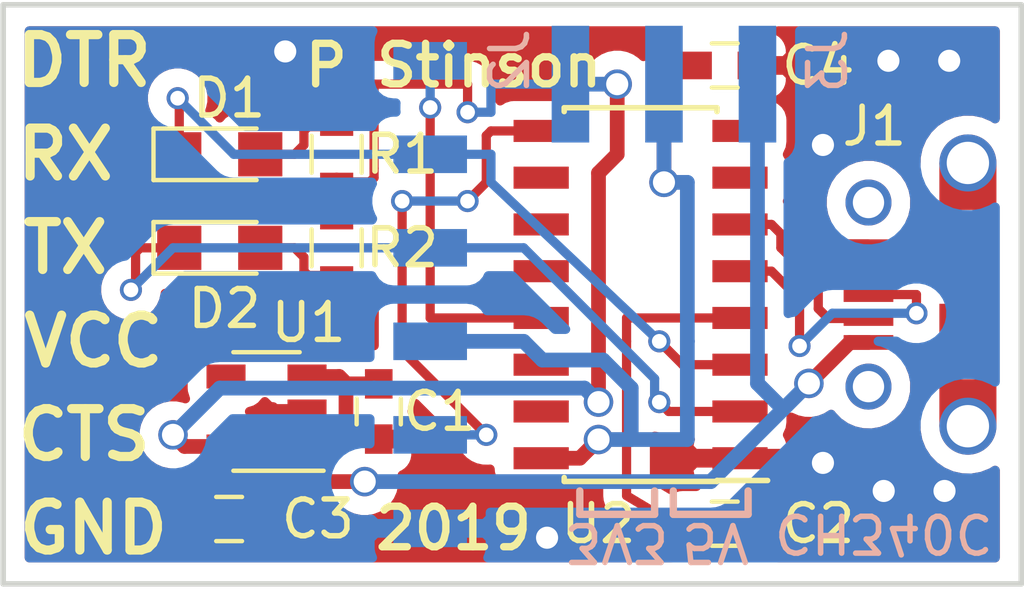
<source format=kicad_pcb>
(kicad_pcb (version 4) (host pcbnew 4.0.7)

  (general
    (links 29)
    (no_connects 0)
    (area 141.919999 102.53 170.000001 119.796)
    (thickness 1.6)
    (drawings 22)
    (tracks 171)
    (zones 0)
    (modules 13)
    (nets 22)
  )

  (page A4)
  (layers
    (0 F.Cu signal)
    (31 B.Cu signal)
    (32 B.Adhes user)
    (33 F.Adhes user)
    (34 B.Paste user)
    (35 F.Paste user)
    (36 B.SilkS user)
    (37 F.SilkS user)
    (38 B.Mask user)
    (39 F.Mask user)
    (40 Dwgs.User user)
    (41 Cmts.User user)
    (42 Eco1.User user)
    (43 Eco2.User user)
    (44 Edge.Cuts user)
    (45 Margin user)
    (46 B.CrtYd user)
    (47 F.CrtYd user)
    (48 B.Fab user)
    (49 F.Fab user hide)
  )

  (setup
    (last_trace_width 0.25)
    (user_trace_width 0.4)
    (trace_clearance 0.2)
    (zone_clearance 0.508)
    (zone_45_only no)
    (trace_min 0.2)
    (segment_width 0.2)
    (edge_width 0.15)
    (via_size 0.6)
    (via_drill 0.4)
    (via_min_size 0.4)
    (via_min_drill 0.3)
    (user_via 0.8 0.6)
    (uvia_size 0.3)
    (uvia_drill 0.1)
    (uvias_allowed no)
    (uvia_min_size 0.2)
    (uvia_min_drill 0.1)
    (pcb_text_width 0.3)
    (pcb_text_size 1.5 1.5)
    (mod_edge_width 0.15)
    (mod_text_size 1 1)
    (mod_text_width 0.15)
    (pad_size 1.524 1.524)
    (pad_drill 0.762)
    (pad_to_mask_clearance 0.2)
    (aux_axis_origin 0 0)
    (visible_elements 7FFFFF7F)
    (pcbplotparams
      (layerselection 0x010f0_80000001)
      (usegerberextensions true)
      (excludeedgelayer true)
      (linewidth 0.100000)
      (plotframeref false)
      (viasonmask false)
      (mode 1)
      (useauxorigin false)
      (hpglpennumber 1)
      (hpglpenspeed 20)
      (hpglpendiameter 15)
      (hpglpenoverlay 2)
      (psnegative false)
      (psa4output false)
      (plotreference true)
      (plotvalue false)
      (plotinvisibletext false)
      (padsonsilk false)
      (subtractmaskfromsilk false)
      (outputformat 1)
      (mirror false)
      (drillshape 0)
      (scaleselection 1)
      (outputdirectory Gerbers/))
  )

  (net 0 "")
  (net 1 GND)
  (net 2 +5V)
  (net 3 "Net-(C2-Pad2)")
  (net 4 +3V3)
  (net 5 VCC)
  (net 6 "Net-(D1-Pad2)")
  (net 7 /RX)
  (net 8 "Net-(D2-Pad2)")
  (net 9 /TX)
  (net 10 "Net-(J1-Pad2)")
  (net 11 "Net-(J1-Pad4)")
  (net 12 "Net-(J1-Pad3)")
  (net 13 /DTR)
  (net 14 /CTS)
  (net 15 "Net-(U2-Pad7)")
  (net 16 "Net-(U2-Pad8)")
  (net 17 "Net-(U2-Pad10)")
  (net 18 "Net-(U2-Pad11)")
  (net 19 "Net-(U2-Pad12)")
  (net 20 "Net-(U2-Pad14)")
  (net 21 "Net-(U2-Pad15)")

  (net_class Default "This is the default net class."
    (clearance 0.2)
    (trace_width 0.25)
    (via_dia 0.6)
    (via_drill 0.4)
    (uvia_dia 0.3)
    (uvia_drill 0.1)
    (add_net +3V3)
    (add_net +5V)
    (add_net /CTS)
    (add_net /DTR)
    (add_net /RX)
    (add_net /TX)
    (add_net GND)
    (add_net "Net-(C2-Pad2)")
    (add_net "Net-(D1-Pad2)")
    (add_net "Net-(D2-Pad2)")
    (add_net "Net-(J1-Pad2)")
    (add_net "Net-(J1-Pad3)")
    (add_net "Net-(J1-Pad4)")
    (add_net "Net-(U2-Pad10)")
    (add_net "Net-(U2-Pad11)")
    (add_net "Net-(U2-Pad12)")
    (add_net "Net-(U2-Pad14)")
    (add_net "Net-(U2-Pad15)")
    (add_net "Net-(U2-Pad7)")
    (add_net "Net-(U2-Pad8)")
    (add_net VCC)
  )

  (module Harwin_SMD_Header_6pos:Harwin_0.1_6POS_SMD_RA (layer B.Cu) (tedit 5CA3B09A) (tstamp 5C5B08C3)
    (at 153.67 111.125 270)
    (path /5C4B4C0B)
    (fp_text reference J2 (at -6.35 -2.159 270) (layer B.SilkS)
      (effects (font (size 1 1) (thickness 0.15)) (justify mirror))
    )
    (fp_text value Conn_01x06 (at 0 9.525 270) (layer B.Fab) hide
      (effects (font (size 1 1) (thickness 0.15)) (justify mirror))
    )
    (fp_line (start 7.75 1.27) (end 7.75 11.475) (layer B.Fab) (width 0.15))
    (fp_line (start 7.75 11.475) (end -7.75 11.475) (layer B.Fab) (width 0.15))
    (fp_line (start -7.75 11.475) (end -7.75 1.27) (layer B.Fab) (width 0.15))
    (pad 6 smd rect (at 6.35 0 270) (size 1.02 2) (layers B.Cu B.Paste B.Mask)
      (net 1 GND))
    (pad 5 smd rect (at 3.81 0 270) (size 1.02 2) (layers B.Cu B.Paste B.Mask)
      (net 14 /CTS))
    (pad 4 smd rect (at 1.27 0 270) (size 1.02 2) (layers B.Cu B.Paste B.Mask)
      (net 5 VCC))
    (pad 3 smd rect (at -1.27 0 270) (size 1.02 2) (layers B.Cu B.Paste B.Mask)
      (net 9 /TX))
    (pad 2 smd rect (at -3.81 0 270) (size 1.02 2) (layers B.Cu B.Paste B.Mask)
      (net 7 /RX))
    (pad 1 smd rect (at -6.35 0 270) (size 1.02 2) (layers B.Cu B.Paste B.Mask)
      (net 13 /DTR))
    (model "C:/Users/Paul/Documents/KiCad PCBs/CH340 Serial Adaptor/3D/header.wrl"
      (at (xyz 0 0.255 0))
      (scale (xyz 0.393701 0.393701 0.393701))
      (rotate (xyz -90 0 0))
    )
  )

  (module Capacitors_SMD:C_0603 (layer F.Cu) (tedit 5CA3B8D9) (tstamp 5C4E384D)
    (at 152.273 114.3 270)
    (descr "Capacitor SMD 0603, reflow soldering, AVX (see smccp.pdf)")
    (tags "capacitor 0603")
    (path /5C4B44E0)
    (attr smd)
    (fp_text reference C1 (at 0 -1.651 360) (layer F.SilkS)
      (effects (font (size 1 1) (thickness 0.15)))
    )
    (fp_text value 1uF (at 0 1.5 270) (layer F.Fab) hide
      (effects (font (size 1 1) (thickness 0.15)))
    )
    (fp_line (start 1.4 0.65) (end -1.4 0.65) (layer F.CrtYd) (width 0.05))
    (fp_line (start 1.4 0.65) (end 1.4 -0.65) (layer F.CrtYd) (width 0.05))
    (fp_line (start -1.4 -0.65) (end -1.4 0.65) (layer F.CrtYd) (width 0.05))
    (fp_line (start -1.4 -0.65) (end 1.4 -0.65) (layer F.CrtYd) (width 0.05))
    (fp_line (start 0.35 0.6) (end -0.35 0.6) (layer F.SilkS) (width 0.12))
    (fp_line (start -0.35 -0.6) (end 0.35 -0.6) (layer F.SilkS) (width 0.12))
    (fp_line (start -0.8 -0.4) (end 0.8 -0.4) (layer F.Fab) (width 0.1))
    (fp_line (start 0.8 -0.4) (end 0.8 0.4) (layer F.Fab) (width 0.1))
    (fp_line (start 0.8 0.4) (end -0.8 0.4) (layer F.Fab) (width 0.1))
    (fp_line (start -0.8 0.4) (end -0.8 -0.4) (layer F.Fab) (width 0.1))
    (fp_text user %R (at 0 0 270) (layer F.Fab)
      (effects (font (size 0.3 0.3) (thickness 0.075)))
    )
    (pad 2 smd rect (at 0.75 0 270) (size 0.8 0.75) (layers F.Cu F.Paste F.Mask)
      (net 1 GND))
    (pad 1 smd rect (at -0.75 0 270) (size 0.8 0.75) (layers F.Cu F.Paste F.Mask)
      (net 2 +5V))
    (model Capacitors_SMD.3dshapes/C_0603.wrl
      (at (xyz 0 0 0))
      (scale (xyz 1 1 1))
      (rotate (xyz 0 0 0))
    )
  )

  (module Capacitors_SMD:C_0603 (layer F.Cu) (tedit 5C5B093A) (tstamp 5C4E3853)
    (at 161.671 117.348 180)
    (descr "Capacitor SMD 0603, reflow soldering, AVX (see smccp.pdf)")
    (tags "capacitor 0603")
    (path /5C4B3B7A)
    (attr smd)
    (fp_text reference C2 (at -2.54 0 180) (layer F.SilkS)
      (effects (font (size 1 1) (thickness 0.15)))
    )
    (fp_text value 0.1uF (at 0 1.5 180) (layer F.Fab) hide
      (effects (font (size 1 1) (thickness 0.15)))
    )
    (fp_line (start 1.4 0.65) (end -1.4 0.65) (layer F.CrtYd) (width 0.05))
    (fp_line (start 1.4 0.65) (end 1.4 -0.65) (layer F.CrtYd) (width 0.05))
    (fp_line (start -1.4 -0.65) (end -1.4 0.65) (layer F.CrtYd) (width 0.05))
    (fp_line (start -1.4 -0.65) (end 1.4 -0.65) (layer F.CrtYd) (width 0.05))
    (fp_line (start 0.35 0.6) (end -0.35 0.6) (layer F.SilkS) (width 0.12))
    (fp_line (start -0.35 -0.6) (end 0.35 -0.6) (layer F.SilkS) (width 0.12))
    (fp_line (start -0.8 -0.4) (end 0.8 -0.4) (layer F.Fab) (width 0.1))
    (fp_line (start 0.8 -0.4) (end 0.8 0.4) (layer F.Fab) (width 0.1))
    (fp_line (start 0.8 0.4) (end -0.8 0.4) (layer F.Fab) (width 0.1))
    (fp_line (start -0.8 0.4) (end -0.8 -0.4) (layer F.Fab) (width 0.1))
    (fp_text user %R (at 0 0 180) (layer F.Fab)
      (effects (font (size 0.3 0.3) (thickness 0.075)))
    )
    (pad 2 smd rect (at 0.75 0 180) (size 0.8 0.75) (layers F.Cu F.Paste F.Mask)
      (net 3 "Net-(C2-Pad2)"))
    (pad 1 smd rect (at -0.75 0 180) (size 0.8 0.75) (layers F.Cu F.Paste F.Mask)
      (net 1 GND))
    (model Capacitors_SMD.3dshapes/C_0603.wrl
      (at (xyz 0 0 0))
      (scale (xyz 1 1 1))
      (rotate (xyz 0 0 0))
    )
  )

  (module Capacitors_SMD:C_0603 (layer F.Cu) (tedit 5CA3B7C8) (tstamp 5C4E3859)
    (at 148.209 117.221)
    (descr "Capacitor SMD 0603, reflow soldering, AVX (see smccp.pdf)")
    (tags "capacitor 0603")
    (path /5C4B4557)
    (attr smd)
    (fp_text reference C3 (at 2.413 0 180) (layer F.SilkS)
      (effects (font (size 1 1) (thickness 0.15)))
    )
    (fp_text value 1uF (at 0 1.5) (layer F.Fab) hide
      (effects (font (size 1 1) (thickness 0.15)))
    )
    (fp_line (start 1.4 0.65) (end -1.4 0.65) (layer F.CrtYd) (width 0.05))
    (fp_line (start 1.4 0.65) (end 1.4 -0.65) (layer F.CrtYd) (width 0.05))
    (fp_line (start -1.4 -0.65) (end -1.4 0.65) (layer F.CrtYd) (width 0.05))
    (fp_line (start -1.4 -0.65) (end 1.4 -0.65) (layer F.CrtYd) (width 0.05))
    (fp_line (start 0.35 0.6) (end -0.35 0.6) (layer F.SilkS) (width 0.12))
    (fp_line (start -0.35 -0.6) (end 0.35 -0.6) (layer F.SilkS) (width 0.12))
    (fp_line (start -0.8 -0.4) (end 0.8 -0.4) (layer F.Fab) (width 0.1))
    (fp_line (start 0.8 -0.4) (end 0.8 0.4) (layer F.Fab) (width 0.1))
    (fp_line (start 0.8 0.4) (end -0.8 0.4) (layer F.Fab) (width 0.1))
    (fp_line (start -0.8 0.4) (end -0.8 -0.4) (layer F.Fab) (width 0.1))
    (fp_text user %R (at 0 0) (layer F.Fab)
      (effects (font (size 0.3 0.3) (thickness 0.075)))
    )
    (pad 2 smd rect (at 0.75 0) (size 0.8 0.75) (layers F.Cu F.Paste F.Mask)
      (net 1 GND))
    (pad 1 smd rect (at -0.75 0) (size 0.8 0.75) (layers F.Cu F.Paste F.Mask)
      (net 4 +3V3))
    (model Capacitors_SMD.3dshapes/C_0603.wrl
      (at (xyz 0 0 0))
      (scale (xyz 1 1 1))
      (rotate (xyz 0 0 0))
    )
  )

  (module Capacitors_SMD:C_0603 (layer F.Cu) (tedit 5CA3BC0A) (tstamp 5C4E385F)
    (at 161.671 104.902)
    (descr "Capacitor SMD 0603, reflow soldering, AVX (see smccp.pdf)")
    (tags "capacitor 0603")
    (path /5C4B3CBC)
    (attr smd)
    (fp_text reference C4 (at 2.54 0) (layer F.SilkS)
      (effects (font (size 1 1) (thickness 0.15)))
    )
    (fp_text value 0.1uF (at 0 1.5) (layer F.Fab) hide
      (effects (font (size 1 1) (thickness 0.15)))
    )
    (fp_line (start 1.4 0.65) (end -1.4 0.65) (layer F.CrtYd) (width 0.05))
    (fp_line (start 1.4 0.65) (end 1.4 -0.65) (layer F.CrtYd) (width 0.05))
    (fp_line (start -1.4 -0.65) (end -1.4 0.65) (layer F.CrtYd) (width 0.05))
    (fp_line (start -1.4 -0.65) (end 1.4 -0.65) (layer F.CrtYd) (width 0.05))
    (fp_line (start 0.35 0.6) (end -0.35 0.6) (layer F.SilkS) (width 0.12))
    (fp_line (start -0.35 -0.6) (end 0.35 -0.6) (layer F.SilkS) (width 0.12))
    (fp_line (start -0.8 -0.4) (end 0.8 -0.4) (layer F.Fab) (width 0.1))
    (fp_line (start 0.8 -0.4) (end 0.8 0.4) (layer F.Fab) (width 0.1))
    (fp_line (start 0.8 0.4) (end -0.8 0.4) (layer F.Fab) (width 0.1))
    (fp_line (start -0.8 0.4) (end -0.8 -0.4) (layer F.Fab) (width 0.1))
    (fp_text user %R (at 0 0) (layer F.Fab)
      (effects (font (size 0.3 0.3) (thickness 0.075)))
    )
    (pad 2 smd rect (at 0.75 0) (size 0.8 0.75) (layers F.Cu F.Paste F.Mask)
      (net 1 GND))
    (pad 1 smd rect (at -0.75 0) (size 0.8 0.75) (layers F.Cu F.Paste F.Mask)
      (net 5 VCC))
    (model Capacitors_SMD.3dshapes/C_0603.wrl
      (at (xyz 0 0 0))
      (scale (xyz 1 1 1))
      (rotate (xyz 0 0 0))
    )
  )

  (module LEDs:LED_0805 (layer F.Cu) (tedit 5CA3C84F) (tstamp 5C4E3865)
    (at 147.955 107.315)
    (descr "LED 0805 smd package")
    (tags "LED led 0805 SMD smd SMT smt smdled SMDLED smtled SMTLED")
    (path /5C4B51DB)
    (attr smd)
    (fp_text reference D1 (at 0.254 -1.524) (layer F.SilkS)
      (effects (font (size 1 1) (thickness 0.15)))
    )
    (fp_text value LED (at 0 1.55) (layer F.Fab) hide
      (effects (font (size 1 1) (thickness 0.15)))
    )
    (fp_line (start -1.8 -0.7) (end -1.8 0.7) (layer F.SilkS) (width 0.12))
    (fp_line (start -0.4 -0.4) (end -0.4 0.4) (layer F.Fab) (width 0.1))
    (fp_line (start -0.4 0) (end 0.2 -0.4) (layer F.Fab) (width 0.1))
    (fp_line (start 0.2 0.4) (end -0.4 0) (layer F.Fab) (width 0.1))
    (fp_line (start 0.2 -0.4) (end 0.2 0.4) (layer F.Fab) (width 0.1))
    (fp_line (start 1 0.6) (end -1 0.6) (layer F.Fab) (width 0.1))
    (fp_line (start 1 -0.6) (end 1 0.6) (layer F.Fab) (width 0.1))
    (fp_line (start -1 -0.6) (end 1 -0.6) (layer F.Fab) (width 0.1))
    (fp_line (start -1 0.6) (end -1 -0.6) (layer F.Fab) (width 0.1))
    (fp_line (start -1.8 0.7) (end 1 0.7) (layer F.SilkS) (width 0.12))
    (fp_line (start -1.8 -0.7) (end 1 -0.7) (layer F.SilkS) (width 0.12))
    (fp_line (start 1.95 -0.85) (end 1.95 0.85) (layer F.CrtYd) (width 0.05))
    (fp_line (start 1.95 0.85) (end -1.95 0.85) (layer F.CrtYd) (width 0.05))
    (fp_line (start -1.95 0.85) (end -1.95 -0.85) (layer F.CrtYd) (width 0.05))
    (fp_line (start -1.95 -0.85) (end 1.95 -0.85) (layer F.CrtYd) (width 0.05))
    (fp_text user %R (at 0 -1.25) (layer F.Fab)
      (effects (font (size 0.4 0.4) (thickness 0.1)))
    )
    (pad 2 smd rect (at 1.1 0 180) (size 1.2 1.2) (layers F.Cu F.Paste F.Mask)
      (net 6 "Net-(D1-Pad2)"))
    (pad 1 smd rect (at -1.1 0 180) (size 1.2 1.2) (layers F.Cu F.Paste F.Mask)
      (net 7 /RX))
    (model ${KISYS3DMOD}/LEDs.3dshapes/LED_0805.wrl
      (at (xyz 0 0 0))
      (scale (xyz 1 1 1))
      (rotate (xyz 0 0 180))
    )
  )

  (module LEDs:LED_0805 (layer F.Cu) (tedit 5CA3C853) (tstamp 5C4E386B)
    (at 147.955 109.855)
    (descr "LED 0805 smd package")
    (tags "LED led 0805 SMD smd SMT smt smdled SMDLED smtled SMTLED")
    (path /5C4B5252)
    (attr smd)
    (fp_text reference D2 (at 0.127 1.651) (layer F.SilkS)
      (effects (font (size 1 1) (thickness 0.15)))
    )
    (fp_text value LED (at 0 1.55) (layer F.Fab) hide
      (effects (font (size 1 1) (thickness 0.15)))
    )
    (fp_line (start -1.8 -0.7) (end -1.8 0.7) (layer F.SilkS) (width 0.12))
    (fp_line (start -0.4 -0.4) (end -0.4 0.4) (layer F.Fab) (width 0.1))
    (fp_line (start -0.4 0) (end 0.2 -0.4) (layer F.Fab) (width 0.1))
    (fp_line (start 0.2 0.4) (end -0.4 0) (layer F.Fab) (width 0.1))
    (fp_line (start 0.2 -0.4) (end 0.2 0.4) (layer F.Fab) (width 0.1))
    (fp_line (start 1 0.6) (end -1 0.6) (layer F.Fab) (width 0.1))
    (fp_line (start 1 -0.6) (end 1 0.6) (layer F.Fab) (width 0.1))
    (fp_line (start -1 -0.6) (end 1 -0.6) (layer F.Fab) (width 0.1))
    (fp_line (start -1 0.6) (end -1 -0.6) (layer F.Fab) (width 0.1))
    (fp_line (start -1.8 0.7) (end 1 0.7) (layer F.SilkS) (width 0.12))
    (fp_line (start -1.8 -0.7) (end 1 -0.7) (layer F.SilkS) (width 0.12))
    (fp_line (start 1.95 -0.85) (end 1.95 0.85) (layer F.CrtYd) (width 0.05))
    (fp_line (start 1.95 0.85) (end -1.95 0.85) (layer F.CrtYd) (width 0.05))
    (fp_line (start -1.95 0.85) (end -1.95 -0.85) (layer F.CrtYd) (width 0.05))
    (fp_line (start -1.95 -0.85) (end 1.95 -0.85) (layer F.CrtYd) (width 0.05))
    (fp_text user %R (at 0 -1.25) (layer F.Fab)
      (effects (font (size 0.4 0.4) (thickness 0.1)))
    )
    (pad 2 smd rect (at 1.1 0 180) (size 1.2 1.2) (layers F.Cu F.Paste F.Mask)
      (net 8 "Net-(D2-Pad2)"))
    (pad 1 smd rect (at -1.1 0 180) (size 1.2 1.2) (layers F.Cu F.Paste F.Mask)
      (net 9 /TX))
    (model ${KISYS3DMOD}/LEDs.3dshapes/LED_0805.wrl
      (at (xyz 0 0 0))
      (scale (xyz 1 1 1))
      (rotate (xyz 0 0 180))
    )
  )

  (module Amphenol_Micro_USB:Amphenol_10118194-0001LF_Micro_USB_B (layer F.Cu) (tedit 5CA3C80C) (tstamp 5C4E387C)
    (at 168.275 111.125 90)
    (path /5BBA3D1B)
    (fp_text reference J1 (at 4.572 -2.54 180) (layer F.SilkS)
      (effects (font (size 1 1) (thickness 0.15)))
    )
    (fp_text value USB_OTG (at 7.62 -1.905 180) (layer F.Fab) hide
      (effects (font (size 1 1) (thickness 0.15)))
    )
    (fp_line (start -5.08 1.45) (end 5.08 1.45) (layer F.Fab) (width 0.15))
    (pad "" smd rect (at 1 0 90) (size 1.5 1.55) (layers F.Cu F.Paste F.Mask))
    (pad "" smd rect (at 2.9375 0 90) (size 1.275 1.55) (layers F.Cu F.Paste F.Mask))
    (pad "" thru_hole circle (at 3.575 0 90) (size 1.55 1.55) (drill 1.15) (layers *.Cu *.Mask))
    (pad "" thru_hole circle (at -3.575 0 90) (size 1.55 1.55) (drill 1.15) (layers *.Cu *.Mask))
    (pad "" thru_hole circle (at -2.5 -2.7 90) (size 1.25 1.25) (drill 0.85) (layers *.Cu *.Mask))
    (pad 1 smd rect (at -1.3 -2.7 90) (size 0.4 1.35) (layers F.Cu F.Paste F.Mask)
      (net 2 +5V))
    (pad 2 smd rect (at -0.65 -2.7 90) (size 0.4 1.35) (layers F.Cu F.Paste F.Mask)
      (net 10 "Net-(J1-Pad2)"))
    (pad 5 smd rect (at 1.3 -2.7 90) (size 0.4 1.35) (layers F.Cu F.Paste F.Mask)
      (net 1 GND))
    (pad 4 smd rect (at 0.65 -2.7 90) (size 0.4 1.35) (layers F.Cu F.Paste F.Mask)
      (net 11 "Net-(J1-Pad4)"))
    (pad 3 smd rect (at 0 -2.7 90) (size 0.4 1.35) (layers F.Cu F.Paste F.Mask)
      (net 12 "Net-(J1-Pad3)"))
    (pad "" thru_hole circle (at 2.5 -2.7 90) (size 1.25 1.25) (drill 0.85) (layers *.Cu *.Mask))
    (pad "" smd rect (at -2.9375 0 90) (size 1.275 1.55) (layers F.Cu F.Paste F.Mask))
    (pad "" smd rect (at -1 0 90) (size 1.5 1.55) (layers F.Cu F.Paste F.Mask))
    (model "C:/Users/Paul/Documents/KiCad PCBs/CH340 Serial Adaptor/3D/micro_usb.wrl"
      (at (xyz 0 0.03 -0.018))
      (scale (xyz 0.393701 0.393701 0.393701))
      (rotate (xyz -90 0 0))
    )
  )

  (module Resistors_SMD:R_0603 (layer F.Cu) (tedit 5CA3C82D) (tstamp 5C4E3893)
    (at 151.13 107.315 90)
    (descr "Resistor SMD 0603, reflow soldering, Vishay (see dcrcw.pdf)")
    (tags "resistor 0603")
    (path /5C4B5514)
    (attr smd)
    (fp_text reference R1 (at 0 1.778 180) (layer F.SilkS)
      (effects (font (size 1 1) (thickness 0.15)))
    )
    (fp_text value 1K (at 0 1.5 90) (layer F.Fab) hide
      (effects (font (size 1 1) (thickness 0.15)))
    )
    (fp_text user %R (at 0 0 90) (layer F.Fab)
      (effects (font (size 0.4 0.4) (thickness 0.075)))
    )
    (fp_line (start -0.8 0.4) (end -0.8 -0.4) (layer F.Fab) (width 0.1))
    (fp_line (start 0.8 0.4) (end -0.8 0.4) (layer F.Fab) (width 0.1))
    (fp_line (start 0.8 -0.4) (end 0.8 0.4) (layer F.Fab) (width 0.1))
    (fp_line (start -0.8 -0.4) (end 0.8 -0.4) (layer F.Fab) (width 0.1))
    (fp_line (start 0.5 0.68) (end -0.5 0.68) (layer F.SilkS) (width 0.12))
    (fp_line (start -0.5 -0.68) (end 0.5 -0.68) (layer F.SilkS) (width 0.12))
    (fp_line (start -1.25 -0.7) (end 1.25 -0.7) (layer F.CrtYd) (width 0.05))
    (fp_line (start -1.25 -0.7) (end -1.25 0.7) (layer F.CrtYd) (width 0.05))
    (fp_line (start 1.25 0.7) (end 1.25 -0.7) (layer F.CrtYd) (width 0.05))
    (fp_line (start 1.25 0.7) (end -1.25 0.7) (layer F.CrtYd) (width 0.05))
    (pad 1 smd rect (at -0.75 0 90) (size 0.5 0.9) (layers F.Cu F.Paste F.Mask)
      (net 4 +3V3))
    (pad 2 smd rect (at 0.75 0 90) (size 0.5 0.9) (layers F.Cu F.Paste F.Mask)
      (net 6 "Net-(D1-Pad2)"))
    (model ${KISYS3DMOD}/Resistors_SMD.3dshapes/R_0603.wrl
      (at (xyz 0 0 0))
      (scale (xyz 1 1 1))
      (rotate (xyz 0 0 0))
    )
  )

  (module Resistors_SMD:R_0603 (layer F.Cu) (tedit 5CA3C832) (tstamp 5C4E3899)
    (at 151.13 109.855 270)
    (descr "Resistor SMD 0603, reflow soldering, Vishay (see dcrcw.pdf)")
    (tags "resistor 0603")
    (path /5C4B5571)
    (attr smd)
    (fp_text reference R2 (at 0 -1.778 360) (layer F.SilkS)
      (effects (font (size 1 1) (thickness 0.15)))
    )
    (fp_text value 1K (at 0 1.5 270) (layer F.Fab) hide
      (effects (font (size 1 1) (thickness 0.15)))
    )
    (fp_text user %R (at 0 0 270) (layer F.Fab)
      (effects (font (size 0.4 0.4) (thickness 0.075)))
    )
    (fp_line (start -0.8 0.4) (end -0.8 -0.4) (layer F.Fab) (width 0.1))
    (fp_line (start 0.8 0.4) (end -0.8 0.4) (layer F.Fab) (width 0.1))
    (fp_line (start 0.8 -0.4) (end 0.8 0.4) (layer F.Fab) (width 0.1))
    (fp_line (start -0.8 -0.4) (end 0.8 -0.4) (layer F.Fab) (width 0.1))
    (fp_line (start 0.5 0.68) (end -0.5 0.68) (layer F.SilkS) (width 0.12))
    (fp_line (start -0.5 -0.68) (end 0.5 -0.68) (layer F.SilkS) (width 0.12))
    (fp_line (start -1.25 -0.7) (end 1.25 -0.7) (layer F.CrtYd) (width 0.05))
    (fp_line (start -1.25 -0.7) (end -1.25 0.7) (layer F.CrtYd) (width 0.05))
    (fp_line (start 1.25 0.7) (end 1.25 -0.7) (layer F.CrtYd) (width 0.05))
    (fp_line (start 1.25 0.7) (end -1.25 0.7) (layer F.CrtYd) (width 0.05))
    (pad 1 smd rect (at -0.75 0 270) (size 0.5 0.9) (layers F.Cu F.Paste F.Mask)
      (net 4 +3V3))
    (pad 2 smd rect (at 0.75 0 270) (size 0.5 0.9) (layers F.Cu F.Paste F.Mask)
      (net 8 "Net-(D2-Pad2)"))
    (model ${KISYS3DMOD}/Resistors_SMD.3dshapes/R_0603.wrl
      (at (xyz 0 0 0))
      (scale (xyz 1 1 1))
      (rotate (xyz 0 0 0))
    )
  )

  (module TO_SOT_Packages_SMD:SOT-23-5 (layer F.Cu) (tedit 5CA3C83E) (tstamp 5C4E38A2)
    (at 149.225 114.3 180)
    (descr "5-pin SOT23 package")
    (tags SOT-23-5)
    (path /5C4B41D8)
    (attr smd)
    (fp_text reference U1 (at -1.143 2.413 180) (layer F.SilkS)
      (effects (font (size 1 1) (thickness 0.15)))
    )
    (fp_text value AP2112K-3.3 (at 0 2.9 180) (layer F.Fab) hide
      (effects (font (size 1 1) (thickness 0.15)))
    )
    (fp_text user %R (at 0 0 270) (layer F.Fab)
      (effects (font (size 0.5 0.5) (thickness 0.075)))
    )
    (fp_line (start -0.9 1.61) (end 0.9 1.61) (layer F.SilkS) (width 0.12))
    (fp_line (start 0.9 -1.61) (end -1.55 -1.61) (layer F.SilkS) (width 0.12))
    (fp_line (start -1.9 -1.8) (end 1.9 -1.8) (layer F.CrtYd) (width 0.05))
    (fp_line (start 1.9 -1.8) (end 1.9 1.8) (layer F.CrtYd) (width 0.05))
    (fp_line (start 1.9 1.8) (end -1.9 1.8) (layer F.CrtYd) (width 0.05))
    (fp_line (start -1.9 1.8) (end -1.9 -1.8) (layer F.CrtYd) (width 0.05))
    (fp_line (start -0.9 -0.9) (end -0.25 -1.55) (layer F.Fab) (width 0.1))
    (fp_line (start 0.9 -1.55) (end -0.25 -1.55) (layer F.Fab) (width 0.1))
    (fp_line (start -0.9 -0.9) (end -0.9 1.55) (layer F.Fab) (width 0.1))
    (fp_line (start 0.9 1.55) (end -0.9 1.55) (layer F.Fab) (width 0.1))
    (fp_line (start 0.9 -1.55) (end 0.9 1.55) (layer F.Fab) (width 0.1))
    (pad 1 smd rect (at -1.1 -0.95 180) (size 1.06 0.65) (layers F.Cu F.Paste F.Mask)
      (net 2 +5V))
    (pad 2 smd rect (at -1.1 0 180) (size 1.06 0.65) (layers F.Cu F.Paste F.Mask)
      (net 1 GND))
    (pad 3 smd rect (at -1.1 0.95 180) (size 1.06 0.65) (layers F.Cu F.Paste F.Mask)
      (net 2 +5V))
    (pad 4 smd rect (at 1.1 0.95 180) (size 1.06 0.65) (layers F.Cu F.Paste F.Mask))
    (pad 5 smd rect (at 1.1 -0.95 180) (size 1.06 0.65) (layers F.Cu F.Paste F.Mask)
      (net 4 +3V3))
    (model ${KISYS3DMOD}/TO_SOT_Packages_SMD.3dshapes/SOT-23-5.wrl
      (at (xyz 0 0 0))
      (scale (xyz 1 1 1))
      (rotate (xyz 0 0 0))
    )
  )

  (module Housings_SOIC:SOIC-16_3.9x9.9mm_Pitch1.27mm (layer F.Cu) (tedit 5CA3C7EC) (tstamp 5C4E38B6)
    (at 159.385 111.125 180)
    (descr "16-Lead Plastic Small Outline (SL) - Narrow, 3.90 mm Body [SOIC] (see Microchip Packaging Specification 00000049BS.pdf)")
    (tags "SOIC 1.27")
    (path /5C4B3AB5)
    (attr smd)
    (fp_text reference U2 (at 1.143 -6.223 180) (layer F.SilkS)
      (effects (font (size 1 1) (thickness 0.15)))
    )
    (fp_text value CH340C (at 0 6.35 180) (layer F.Fab) hide
      (effects (font (size 1 1) (thickness 0.15)))
    )
    (fp_text user %R (at 0 0 180) (layer F.Fab)
      (effects (font (size 0.9 0.9) (thickness 0.135)))
    )
    (fp_line (start -0.95 -4.95) (end 1.95 -4.95) (layer F.Fab) (width 0.15))
    (fp_line (start 1.95 -4.95) (end 1.95 4.95) (layer F.Fab) (width 0.15))
    (fp_line (start 1.95 4.95) (end -1.95 4.95) (layer F.Fab) (width 0.15))
    (fp_line (start -1.95 4.95) (end -1.95 -3.95) (layer F.Fab) (width 0.15))
    (fp_line (start -1.95 -3.95) (end -0.95 -4.95) (layer F.Fab) (width 0.15))
    (fp_line (start -3.7 -5.25) (end -3.7 5.25) (layer F.CrtYd) (width 0.05))
    (fp_line (start 3.7 -5.25) (end 3.7 5.25) (layer F.CrtYd) (width 0.05))
    (fp_line (start -3.7 -5.25) (end 3.7 -5.25) (layer F.CrtYd) (width 0.05))
    (fp_line (start -3.7 5.25) (end 3.7 5.25) (layer F.CrtYd) (width 0.05))
    (fp_line (start -2.075 -5.075) (end -2.075 -5.05) (layer F.SilkS) (width 0.15))
    (fp_line (start 2.075 -5.075) (end 2.075 -4.97) (layer F.SilkS) (width 0.15))
    (fp_line (start 2.075 5.075) (end 2.075 4.97) (layer F.SilkS) (width 0.15))
    (fp_line (start -2.075 5.075) (end -2.075 4.97) (layer F.SilkS) (width 0.15))
    (fp_line (start -2.075 -5.075) (end 2.075 -5.075) (layer F.SilkS) (width 0.15))
    (fp_line (start -2.075 5.075) (end 2.075 5.075) (layer F.SilkS) (width 0.15))
    (fp_line (start -2.075 -5.05) (end -3.45 -5.05) (layer F.SilkS) (width 0.15))
    (pad 1 smd rect (at -2.7 -4.445 180) (size 1.5 0.6) (layers F.Cu F.Paste F.Mask)
      (net 1 GND))
    (pad 2 smd rect (at -2.7 -3.175 180) (size 1.5 0.6) (layers F.Cu F.Paste F.Mask)
      (net 9 /TX))
    (pad 3 smd rect (at -2.7 -1.905 180) (size 1.5 0.6) (layers F.Cu F.Paste F.Mask)
      (net 7 /RX))
    (pad 4 smd rect (at -2.7 -0.635 180) (size 1.5 0.6) (layers F.Cu F.Paste F.Mask)
      (net 3 "Net-(C2-Pad2)"))
    (pad 5 smd rect (at -2.7 0.635 180) (size 1.5 0.6) (layers F.Cu F.Paste F.Mask)
      (net 12 "Net-(J1-Pad3)"))
    (pad 6 smd rect (at -2.7 1.905 180) (size 1.5 0.6) (layers F.Cu F.Paste F.Mask)
      (net 10 "Net-(J1-Pad2)"))
    (pad 7 smd rect (at -2.7 3.175 180) (size 1.5 0.6) (layers F.Cu F.Paste F.Mask)
      (net 15 "Net-(U2-Pad7)"))
    (pad 8 smd rect (at -2.7 4.445 180) (size 1.5 0.6) (layers F.Cu F.Paste F.Mask)
      (net 16 "Net-(U2-Pad8)"))
    (pad 9 smd rect (at 2.7 4.445 180) (size 1.5 0.6) (layers F.Cu F.Paste F.Mask)
      (net 14 /CTS))
    (pad 10 smd rect (at 2.7 3.175 180) (size 1.5 0.6) (layers F.Cu F.Paste F.Mask)
      (net 17 "Net-(U2-Pad10)"))
    (pad 11 smd rect (at 2.7 1.905 180) (size 1.5 0.6) (layers F.Cu F.Paste F.Mask)
      (net 18 "Net-(U2-Pad11)"))
    (pad 12 smd rect (at 2.7 0.635 180) (size 1.5 0.6) (layers F.Cu F.Paste F.Mask)
      (net 19 "Net-(U2-Pad12)"))
    (pad 13 smd rect (at 2.7 -0.635 180) (size 1.5 0.6) (layers F.Cu F.Paste F.Mask)
      (net 13 /DTR))
    (pad 14 smd rect (at 2.7 -1.905 180) (size 1.5 0.6) (layers F.Cu F.Paste F.Mask)
      (net 20 "Net-(U2-Pad14)"))
    (pad 15 smd rect (at 2.7 -3.175 180) (size 1.5 0.6) (layers F.Cu F.Paste F.Mask)
      (net 21 "Net-(U2-Pad15)"))
    (pad 16 smd rect (at 2.7 -4.445 180) (size 1.5 0.6) (layers F.Cu F.Paste F.Mask)
      (net 5 VCC))
    (model ${KISYS3DMOD}/Housings_SOIC.3dshapes/SOIC-16_3.9x9.9mm_Pitch1.27mm.wrl
      (at (xyz 0 0 0))
      (scale (xyz 1 1 1))
      (rotate (xyz 0 0 0))
    )
  )

  (module Harwin_3pos_header:HARWIN_SMD_RA_3POS (layer B.Cu) (tedit 5CA3B091) (tstamp 5CA21766)
    (at 160.02 105.41)
    (path /5C4B4970)
    (fp_text reference J3 (at 4.445 -0.635 90) (layer B.SilkS)
      (effects (font (size 1 1) (thickness 0.15)) (justify mirror))
    )
    (fp_text value Conn_01x03 (at 0 12.7) (layer B.Fab) hide
      (effects (font (size 1 1) (thickness 0.15)) (justify mirror))
    )
    (fp_line (start -3.81 0) (end -3.81 10.9) (layer B.Fab) (width 0.15))
    (fp_line (start -3.81 10.9) (end 3.81 10.9) (layer B.Fab) (width 0.15))
    (fp_line (start 3.81 10.9) (end 3.81 0) (layer B.Fab) (width 0.15))
    (pad 3 smd rect (at 2.54 0) (size 1.02 3.17) (layers B.Cu B.Paste B.Mask)
      (net 2 +5V))
    (pad 1 smd rect (at -2.54 0) (size 1.02 3.17) (layers B.Cu B.Paste B.Mask)
      (net 4 +3V3))
    (pad 2 smd rect (at 0 0) (size 1.02 3.17) (layers B.Cu B.Paste B.Mask)
      (net 5 VCC))
    (model "C:/Users/Paul/Documents/KiCad PCBs/CH340 Serial Adaptor/3D/3pos_header.wrl"
      (at (xyz 0 0.16 0))
      (scale (xyz 0.393701 0.393701 0.393701))
      (rotate (xyz -90 0 180))
    )
  )

  (gr_text CH340C (at 165.989 117.602 180) (layer B.SilkS)
    (effects (font (size 1 1) (thickness 0.15)) (justify mirror))
  )
  (gr_text 2019 (at 154.305 117.475) (layer F.SilkS)
    (effects (font (size 1.1 1.1) (thickness 0.2)))
  )
  (gr_text "P Stinson" (at 154.305 104.902) (layer F.SilkS)
    (effects (font (size 1.1 1.1) (thickness 0.2)))
  )
  (gr_text 3V3 (at 158.75 117.856 180) (layer B.SilkS)
    (effects (font (size 1 1) (thickness 0.15)) (justify mirror))
  )
  (gr_text 5V (at 161.417 117.856 180) (layer B.SilkS)
    (effects (font (size 1 1) (thickness 0.15)) (justify mirror))
  )
  (gr_line (start 162.306 117.094) (end 162.306 116.459) (angle 90) (layer B.SilkS) (width 0.2))
  (gr_line (start 160.274 117.094) (end 162.306 117.094) (angle 90) (layer B.SilkS) (width 0.2))
  (gr_line (start 160.274 116.459) (end 160.274 117.094) (angle 90) (layer B.SilkS) (width 0.2))
  (gr_line (start 159.766 117.094) (end 159.766 116.459) (angle 90) (layer B.SilkS) (width 0.2))
  (gr_line (start 157.734 117.094) (end 159.766 117.094) (angle 90) (layer B.SilkS) (width 0.2))
  (gr_line (start 157.734 116.459) (end 157.734 117.094) (angle 90) (layer B.SilkS) (width 0.2))
  (gr_line (start 169.725 118.983) (end 169.725 116.2) (angle 90) (layer Edge.Cuts) (width 0.15))
  (gr_line (start 142.073 118.983) (end 169.725 118.983) (angle 90) (layer Edge.Cuts) (width 0.15))
  (gr_line (start 142.073 103.254) (end 142.073 118.983) (angle 90) (layer Edge.Cuts) (width 0.15))
  (gr_line (start 169.725 103.254) (end 142.073 103.254) (angle 90) (layer Edge.Cuts) (width 0.15))
  (gr_line (start 169.725 116.2) (end 169.725 103.254) (angle 90) (layer Edge.Cuts) (width 0.15))
  (gr_text GND (at 144.526 117.475) (layer F.SilkS)
    (effects (font (size 1.3 1.3) (thickness 0.25)))
  )
  (gr_text CTS (at 144.272 114.935) (layer F.SilkS)
    (effects (font (size 1.3 1.3) (thickness 0.25)))
  )
  (gr_text VCC (at 144.526 112.395) (layer F.SilkS)
    (effects (font (size 1.3 1.3) (thickness 0.25)))
  )
  (gr_text TX (at 143.764 109.855) (layer F.SilkS)
    (effects (font (size 1.3 1.3) (thickness 0.25)))
  )
  (gr_text RX (at 143.764 107.315) (layer F.SilkS)
    (effects (font (size 1.3 1.3) (thickness 0.25)))
  )
  (gr_text DTR (at 144.272 104.775) (layer F.SilkS)
    (effects (font (size 1.3 1.3) (thickness 0.25)))
  )

  (segment (start 153.67 117.475) (end 156.591 117.475) (width 0.4) (layer B.Cu) (net 1))
  (via (at 156.845 117.729) (size 0.8) (drill 0.6) (layers F.Cu B.Cu) (net 1))
  (segment (start 156.591 117.475) (end 156.845 117.729) (width 0.4) (layer B.Cu) (net 1) (tstamp 5CA3C26B))
  (segment (start 167.767 104.775) (end 166.116 104.775) (width 0.4) (layer F.Cu) (net 1))
  (segment (start 164.338 106.553) (end 166.116 104.775) (width 0.4) (layer F.Cu) (net 1) (tstamp 5CA3C12F))
  (via (at 166.116 104.775) (size 0.8) (drill 0.6) (layers F.Cu B.Cu) (net 1))
  (segment (start 164.084 108.839) (end 164.084 107.315) (width 0.4) (layer F.Cu) (net 1))
  (segment (start 164.435 109.825) (end 164.084 109.474) (width 0.4) (layer F.Cu) (net 1) (tstamp 5CA3BD7C))
  (segment (start 164.084 109.474) (end 164.084 108.839) (width 0.4) (layer F.Cu) (net 1) (tstamp 5CA3BD7E))
  (segment (start 164.435 109.825) (end 165.575 109.825) (width 0.4) (layer F.Cu) (net 1))
  (via (at 164.338 107.061) (size 0.8) (drill 0.6) (layers F.Cu B.Cu) (net 1))
  (segment (start 164.084 107.315) (end 164.338 107.061) (width 0.4) (layer F.Cu) (net 1) (tstamp 5CA3C114))
  (segment (start 164.338 107.061) (end 164.338 106.553) (width 0.4) (layer F.Cu) (net 1))
  (via (at 167.767 104.775) (size 0.8) (drill 0.6) (layers F.Cu B.Cu) (net 1))
  (segment (start 167.64 116.459) (end 165.989 116.459) (width 0.4) (layer F.Cu) (net 1))
  (via (at 165.989 116.459) (size 0.8) (drill 0.6) (layers F.Cu B.Cu) (net 1))
  (segment (start 165.989 116.459) (end 165.1 117.348) (width 0.4) (layer F.Cu) (net 1))
  (segment (start 165.1 117.348) (end 163.576 117.348) (width 0.4) (layer F.Cu) (net 1) (tstamp 5CA3C7A0))
  (via (at 167.64 116.459) (size 0.8) (drill 0.6) (layers F.Cu B.Cu) (net 1))
  (segment (start 162.421 117.348) (end 163.576 117.348) (width 0.4) (layer F.Cu) (net 1))
  (via (at 164.338 115.697) (size 0.8) (drill 0.6) (layers F.Cu B.Cu) (net 1))
  (segment (start 164.338 116.586) (end 164.338 115.697) (width 0.4) (layer F.Cu) (net 1) (tstamp 5CA3C0D9))
  (segment (start 163.576 117.348) (end 164.338 116.586) (width 0.4) (layer F.Cu) (net 1) (tstamp 5CA3C0D7))
  (segment (start 153.67 117.475) (end 145.669 117.475) (width 0.4) (layer B.Cu) (net 1))
  (via (at 149.733 104.521) (size 0.8) (drill 0.6) (layers F.Cu B.Cu) (net 1))
  (segment (start 145.542 104.521) (end 149.733 104.521) (width 0.4) (layer B.Cu) (net 1) (tstamp 5CA3C095))
  (segment (start 144.145 105.918) (end 145.542 104.521) (width 0.4) (layer B.Cu) (net 1) (tstamp 5CA3C08A))
  (segment (start 144.145 115.951) (end 144.145 105.918) (width 0.4) (layer B.Cu) (net 1) (tstamp 5CA3C083))
  (segment (start 145.669 117.475) (end 144.145 115.951) (width 0.4) (layer B.Cu) (net 1) (tstamp 5CA3C081))
  (segment (start 150.325 114.3) (end 149.225 114.3) (width 0.4) (layer F.Cu) (net 1))
  (segment (start 148.959 116.471) (end 148.959 117.221) (width 0.4) (layer F.Cu) (net 1) (tstamp 5CA3BD94))
  (segment (start 149.225 116.205) (end 148.959 116.471) (width 0.4) (layer F.Cu) (net 1) (tstamp 5CA3BD92))
  (segment (start 149.225 114.3) (end 149.225 116.205) (width 0.4) (layer F.Cu) (net 1) (tstamp 5CA3BD91))
  (segment (start 152.273 113.55) (end 151.396 113.55) (width 0.4) (layer F.Cu) (net 2))
  (segment (start 151.396 113.55) (end 151.196 113.35) (width 0.4) (layer F.Cu) (net 2) (tstamp 5CA3B9BE))
  (segment (start 150.325 115.25) (end 151.069 115.25) (width 0.4) (layer F.Cu) (net 2))
  (segment (start 151.196 113.35) (end 150.325 113.35) (width 0.4) (layer F.Cu) (net 2) (tstamp 5CA3B9BA))
  (segment (start 151.384 113.538) (end 151.196 113.35) (width 0.4) (layer F.Cu) (net 2) (tstamp 5CA3B9B8))
  (segment (start 151.384 114.935) (end 151.384 113.538) (width 0.4) (layer F.Cu) (net 2) (tstamp 5CA3B9B7))
  (segment (start 151.069 115.25) (end 151.384 114.935) (width 0.4) (layer F.Cu) (net 2) (tstamp 5CA3B9B5))
  (via (at 151.892 116.205) (size 0.8) (drill 0.6) (layers F.Cu B.Cu) (net 2))
  (segment (start 163.2585 114.2365) (end 161.29 116.205) (width 0.4) (layer B.Cu) (net 2) (tstamp 5CA3B0CB))
  (segment (start 161.29 116.205) (end 151.892 116.205) (width 0.4) (layer B.Cu) (net 2) (tstamp 5CA3AE75))
  (segment (start 150.325 115.908) (end 150.325 115.25) (width 0.4) (layer F.Cu) (net 2) (tstamp 5CA3B9AF))
  (segment (start 150.622 116.205) (end 150.325 115.908) (width 0.4) (layer F.Cu) (net 2) (tstamp 5CA3B9AD))
  (segment (start 151.892 116.205) (end 150.622 116.205) (width 0.4) (layer F.Cu) (net 2) (tstamp 5CA3B9AC))
  (segment (start 162.56 105.41) (end 162.56 113.538) (width 0.4) (layer B.Cu) (net 2))
  (segment (start 162.56 113.538) (end 163.2585 114.2365) (width 0.4) (layer B.Cu) (net 2) (tstamp 5CA3B0C4))
  (segment (start 165.07 112.425) (end 163.957 113.538) (width 0.4) (layer F.Cu) (net 2) (tstamp 5CA3AE6F))
  (via (at 163.957 113.538) (size 0.8) (drill 0.6) (layers F.Cu B.Cu) (net 2))
  (segment (start 163.957 113.538) (end 163.2585 114.2365) (width 0.4) (layer B.Cu) (net 2) (tstamp 5CA3AE74))
  (segment (start 165.575 112.425) (end 165.07 112.425) (width 0.4) (layer F.Cu) (net 2))
  (segment (start 162.085 111.76) (end 159.004 111.76) (width 0.25) (layer F.Cu) (net 3))
  (segment (start 160.274 117.348) (end 160.909 117.348) (width 0.25) (layer F.Cu) (net 3) (tstamp 5CA3B14B))
  (segment (start 159.004 116.586) (end 160.274 117.348) (width 0.25) (layer F.Cu) (net 3) (tstamp 5CA3B14A))
  (segment (start 159.004 112.395) (end 159.004 116.586) (width 0.25) (layer F.Cu) (net 3) (tstamp 5CA3B149))
  (segment (start 159.004 111.76) (end 159.004 112.395) (width 0.25) (layer F.Cu) (net 3) (tstamp 5CA3B148))
  (segment (start 152.146 107.696) (end 152.146 107.95) (width 0.25) (layer F.Cu) (net 4))
  (segment (start 157.48 105.41) (end 155.321 105.41) (width 0.25) (layer B.Cu) (net 4))
  (segment (start 155.321 105.41) (end 155.321 106.172) (width 0.25) (layer B.Cu) (net 4) (tstamp 5CA3C1D4))
  (segment (start 155.321 106.172) (end 154.686 106.172) (width 0.25) (layer B.Cu) (net 4) (tstamp 5CA3C1D1))
  (via (at 154.686 106.172) (size 0.6) (drill 0.4) (layers F.Cu B.Cu) (net 4))
  (segment (start 152.146 107.696) (end 152.146 105.41) (width 0.25) (layer F.Cu) (net 4) (tstamp 5CA3B060))
  (segment (start 152.146 105.41) (end 154.686 105.41) (width 0.25) (layer F.Cu) (net 4) (tstamp 5CA3B25F))
  (segment (start 154.686 105.41) (end 154.686 106.172) (width 0.25) (layer F.Cu) (net 4) (tstamp 5CA3C1B6))
  (segment (start 152.031 108.065) (end 151.13 108.065) (width 0.25) (layer F.Cu) (net 4) (tstamp 5CA3C462))
  (segment (start 152.146 107.95) (end 152.031 108.065) (width 0.25) (layer F.Cu) (net 4) (tstamp 5CA3C460))
  (segment (start 148.125 115.25) (end 147 115.25) (width 0.4) (layer F.Cu) (net 4))
  (segment (start 158.75 105.41) (end 157.48 105.41) (width 0.4) (layer B.Cu) (net 4))
  (segment (start 152.146 113.665) (end 157.861 113.665) (width 0.4) (layer B.Cu) (net 4) (tstamp 5CA3B5C3))
  (segment (start 157.861 113.665) (end 158.242 114.046) (width 0.4) (layer B.Cu) (net 4) (tstamp 5CA3B5C7))
  (via (at 158.242 114.046) (size 0.8) (drill 0.6) (layers F.Cu B.Cu) (net 4))
  (segment (start 158.242 114.046) (end 158.242 107.823) (width 0.4) (layer F.Cu) (net 4) (tstamp 5CA3B5CA))
  (segment (start 158.242 107.823) (end 158.75 107.315) (width 0.4) (layer F.Cu) (net 4) (tstamp 5CA3B5CB))
  (segment (start 158.75 107.315) (end 158.75 105.41) (width 0.4) (layer F.Cu) (net 4) (tstamp 5CA3B5D5))
  (via (at 158.75 105.41) (size 0.8) (drill 0.6) (layers F.Cu B.Cu) (net 4))
  (segment (start 147.955 113.665) (end 152.146 113.665) (width 0.4) (layer B.Cu) (net 4) (tstamp 5CA3BA1A))
  (segment (start 146.685 114.935) (end 147.955 113.665) (width 0.4) (layer B.Cu) (net 4) (tstamp 5CA3BA19))
  (via (at 146.685 114.935) (size 0.8) (drill 0.6) (layers F.Cu B.Cu) (net 4))
  (segment (start 147 115.25) (end 146.685 114.935) (width 0.4) (layer F.Cu) (net 4) (tstamp 5CA3BA17))
  (segment (start 147.459 117.221) (end 147.459 116.447) (width 0.4) (layer F.Cu) (net 4))
  (segment (start 148.125 115.781) (end 148.125 115.25) (width 0.4) (layer F.Cu) (net 4) (tstamp 5CA3BA14))
  (segment (start 147.459 116.447) (end 148.125 115.781) (width 0.4) (layer F.Cu) (net 4) (tstamp 5CA3BA13))
  (segment (start 151.13 109.105) (end 151.13 107.95) (width 0.25) (layer F.Cu) (net 4))
  (segment (start 151.13 107.95) (end 151.13 107.938) (width 0.25) (layer F.Cu) (net 4) (tstamp 5CA3B05E))
  (segment (start 153.67 112.395) (end 156.21 112.395) (width 0.4) (layer B.Cu) (net 5))
  (segment (start 159.131 113.665) (end 159.131 115.062) (width 0.4) (layer B.Cu) (net 5) (tstamp 5CA3B63F))
  (segment (start 158.369 112.903) (end 159.131 113.665) (width 0.4) (layer B.Cu) (net 5) (tstamp 5CA3B63D))
  (segment (start 156.718 112.903) (end 158.369 112.903) (width 0.4) (layer B.Cu) (net 5) (tstamp 5CA3B63A))
  (segment (start 156.21 112.395) (end 156.718 112.903) (width 0.4) (layer B.Cu) (net 5) (tstamp 5CA3B639))
  (segment (start 156.685 115.57) (end 157.734 115.57) (width 0.4) (layer F.Cu) (net 5))
  (segment (start 160.655 112.395) (end 160.655 112.395) (width 0.4) (layer B.Cu) (net 5) (tstamp 5CA3B221))
  (segment (start 160.655 115.062) (end 160.655 112.395) (width 0.4) (layer B.Cu) (net 5) (tstamp 5CA3B21C))
  (segment (start 158.242 115.062) (end 159.131 115.062) (width 0.4) (layer B.Cu) (net 5) (tstamp 5CA3B21B))
  (segment (start 159.131 115.062) (end 160.655 115.062) (width 0.4) (layer B.Cu) (net 5) (tstamp 5CA3B64A))
  (via (at 158.242 115.062) (size 0.8) (drill 0.6) (layers F.Cu B.Cu) (net 5))
  (segment (start 157.734 115.57) (end 158.242 115.062) (width 0.4) (layer F.Cu) (net 5) (tstamp 5CA3B214))
  (segment (start 160.655 108.077) (end 160.02 108.077) (width 0.4) (layer B.Cu) (net 5) (tstamp 5CA3B201))
  (segment (start 160.655 112.395) (end 160.655 108.077) (width 0.4) (layer B.Cu) (net 5) (tstamp 5CA3B1E7))
  (segment (start 160.02 105.41) (end 160.02 108.077) (width 0.4) (layer B.Cu) (net 5))
  (segment (start 160.401 104.902) (end 160.921 104.902) (width 0.4) (layer F.Cu) (net 5) (tstamp 5CA3B1CA))
  (segment (start 160.02 105.283) (end 160.401 104.902) (width 0.4) (layer F.Cu) (net 5) (tstamp 5CA3B1C7))
  (segment (start 160.02 108.077) (end 160.02 105.283) (width 0.4) (layer F.Cu) (net 5) (tstamp 5CA3B1C6))
  (via (at 160.02 108.077) (size 0.8) (drill 0.6) (layers F.Cu B.Cu) (net 5))
  (segment (start 149.055 107.315) (end 149.987 107.315) (width 0.25) (layer F.Cu) (net 6))
  (segment (start 150.356 106.565) (end 151.13 106.565) (width 0.25) (layer F.Cu) (net 6) (tstamp 5CA3AFA1))
  (segment (start 150.241 106.68) (end 150.356 106.565) (width 0.25) (layer F.Cu) (net 6) (tstamp 5CA3AF9F))
  (segment (start 150.241 107.061) (end 150.241 106.68) (width 0.25) (layer F.Cu) (net 6) (tstamp 5CA3AF9D))
  (segment (start 149.987 107.315) (end 150.241 107.061) (width 0.25) (layer F.Cu) (net 6) (tstamp 5CA3AF97))
  (segment (start 162.085 113.03) (end 160.528 113.03) (width 0.25) (layer F.Cu) (net 7))
  (via (at 159.893 112.395) (size 0.6) (drill 0.4) (layers F.Cu B.Cu) (net 7))
  (segment (start 159.893 112.395) (end 155.321 108.077) (width 0.25) (layer B.Cu) (net 7) (tstamp 5CA3B661))
  (segment (start 155.321 108.077) (end 155.321 107.315) (width 0.25) (layer B.Cu) (net 7) (tstamp 5CA3B662))
  (segment (start 155.321 107.315) (end 153.67 107.315) (width 0.25) (layer B.Cu) (net 7) (tstamp 5CA3B667))
  (segment (start 160.528 113.03) (end 159.893 112.395) (width 0.25) (layer F.Cu) (net 7) (tstamp 5CA3B709))
  (segment (start 153.67 107.315) (end 148.336 107.315) (width 0.25) (layer B.Cu) (net 7))
  (segment (start 146.855 105.834) (end 146.855 107.315) (width 0.25) (layer F.Cu) (net 7) (tstamp 5CA3AF79))
  (segment (start 146.812 105.791) (end 146.855 105.834) (width 0.25) (layer F.Cu) (net 7) (tstamp 5CA3AF78))
  (via (at 146.812 105.791) (size 0.6) (drill 0.4) (layers F.Cu B.Cu) (net 7))
  (segment (start 148.336 107.315) (end 146.812 105.791) (width 0.25) (layer B.Cu) (net 7) (tstamp 5CA3AF6E))
  (segment (start 149.055 109.855) (end 149.987 109.855) (width 0.25) (layer F.Cu) (net 8))
  (segment (start 150.356 110.605) (end 151.13 110.605) (width 0.25) (layer F.Cu) (net 8) (tstamp 5CA3AFD3))
  (segment (start 150.241 110.49) (end 150.356 110.605) (width 0.25) (layer F.Cu) (net 8) (tstamp 5CA3AFD0))
  (segment (start 150.241 110.109) (end 150.241 110.49) (width 0.25) (layer F.Cu) (net 8) (tstamp 5CA3AFC7))
  (segment (start 149.987 109.855) (end 150.241 110.109) (width 0.25) (layer F.Cu) (net 8) (tstamp 5CA3AFC3))
  (segment (start 146.685 109.855) (end 153.67 109.855) (width 0.25) (layer B.Cu) (net 9) (tstamp 5CA3BFB0))
  (segment (start 145.542 110.998) (end 146.685 109.855) (width 0.25) (layer B.Cu) (net 9) (tstamp 5CA3BFAF))
  (via (at 145.542 110.998) (size 0.6) (drill 0.4) (layers F.Cu B.Cu) (net 9))
  (segment (start 145.669 110.871) (end 145.542 110.998) (width 0.25) (layer F.Cu) (net 9) (tstamp 5CA3BFAA))
  (segment (start 145.669 109.982) (end 145.669 110.871) (width 0.25) (layer F.Cu) (net 9) (tstamp 5CA3BFA8))
  (segment (start 145.796 109.855) (end 145.669 109.982) (width 0.25) (layer F.Cu) (net 9) (tstamp 5CA3BFA6))
  (segment (start 146.855 109.855) (end 145.796 109.855) (width 0.25) (layer F.Cu) (net 9))
  (segment (start 162.085 114.3) (end 160.147 114.3) (width 0.25) (layer F.Cu) (net 9))
  (segment (start 156.21 109.855) (end 153.67 109.855) (width 0.25) (layer B.Cu) (net 9) (tstamp 5CA3B689))
  (segment (start 159.766 113.411) (end 156.21 109.855) (width 0.25) (layer B.Cu) (net 9) (tstamp 5CA3B683))
  (segment (start 159.766 113.919) (end 159.766 113.411) (width 0.25) (layer B.Cu) (net 9) (tstamp 5CA3B682))
  (segment (start 159.893 114.046) (end 159.766 113.919) (width 0.25) (layer B.Cu) (net 9) (tstamp 5CA3B681))
  (via (at 159.893 114.046) (size 0.6) (drill 0.4) (layers F.Cu B.Cu) (net 9))
  (segment (start 160.147 114.3) (end 159.893 114.046) (width 0.25) (layer F.Cu) (net 9) (tstamp 5CA3B67C))
  (segment (start 165.575 111.775) (end 164.48 111.775) (width 0.25) (layer F.Cu) (net 10))
  (segment (start 162.941 109.22) (end 162.085 109.22) (width 0.25) (layer F.Cu) (net 10) (tstamp 5CA3BD51))
  (segment (start 163.195 109.474) (end 162.941 109.22) (width 0.25) (layer F.Cu) (net 10) (tstamp 5CA3BD4F))
  (segment (start 163.195 109.855) (end 163.195 109.474) (width 0.25) (layer F.Cu) (net 10) (tstamp 5CA3BD4B))
  (segment (start 164.211 110.871) (end 163.195 109.855) (width 0.25) (layer F.Cu) (net 10) (tstamp 5CA3BD49))
  (segment (start 164.211 111.506) (end 164.211 110.871) (width 0.25) (layer F.Cu) (net 10) (tstamp 5CA3BD48))
  (segment (start 164.48 111.775) (end 164.211 111.506) (width 0.25) (layer F.Cu) (net 10) (tstamp 5CA3BD45))
  (segment (start 162.085 110.49) (end 162.941 110.49) (width 0.25) (layer F.Cu) (net 12))
  (segment (start 166.878 111.125) (end 165.575 111.125) (width 0.25) (layer F.Cu) (net 12) (tstamp 5CA3BD26))
  (segment (start 166.878 111.633) (end 166.878 111.125) (width 0.25) (layer F.Cu) (net 12) (tstamp 5CA3BD25))
  (via (at 166.878 111.633) (size 0.6) (drill 0.4) (layers F.Cu B.Cu) (net 12))
  (segment (start 164.592 111.633) (end 166.878 111.633) (width 0.25) (layer B.Cu) (net 12) (tstamp 5CA3BD22))
  (segment (start 163.703 112.522) (end 164.592 111.633) (width 0.25) (layer B.Cu) (net 12) (tstamp 5CA3BD21))
  (via (at 163.703 112.522) (size 0.6) (drill 0.4) (layers F.Cu B.Cu) (net 12))
  (segment (start 163.703 111.252) (end 163.703 112.522) (width 0.25) (layer F.Cu) (net 12) (tstamp 5CA3BD15))
  (segment (start 162.941 110.49) (end 163.703 111.252) (width 0.25) (layer F.Cu) (net 12) (tstamp 5CA3BD12))
  (segment (start 156.685 111.76) (end 153.67 111.760813) (width 0.25) (layer F.Cu) (net 13))
  (segment (start 153.67 106.045) (end 153.67 104.775) (width 0.25) (layer B.Cu) (net 13) (tstamp 5CA3B291))
  (via (at 153.67 106.045) (size 0.6) (drill 0.4) (layers F.Cu B.Cu) (net 13))
  (segment (start 153.67 109.982) (end 153.67 106.045) (width 0.25) (layer F.Cu) (net 13) (tstamp 5CA3B285))
  (segment (start 153.67 111.760813) (end 153.67 109.982) (width 0.25) (layer F.Cu) (net 13) (tstamp 5CA3B282))
  (segment (start 153.67 114.935) (end 155.194 114.935) (width 0.25) (layer B.Cu) (net 14))
  (segment (start 155.321 106.68) (end 156.685 106.68) (width 0.25) (layer F.Cu) (net 14) (tstamp 5CA3B768))
  (segment (start 155.194 106.807) (end 155.321 106.68) (width 0.25) (layer F.Cu) (net 14) (tstamp 5CA3B766))
  (segment (start 155.194 108.077) (end 155.194 106.807) (width 0.25) (layer F.Cu) (net 14) (tstamp 5CA3B764))
  (segment (start 154.686 108.585) (end 155.194 108.077) (width 0.25) (layer F.Cu) (net 14) (tstamp 5CA3B763))
  (via (at 154.686 108.585) (size 0.6) (drill 0.4) (layers F.Cu B.Cu) (net 14))
  (segment (start 152.908 108.585) (end 154.686 108.585) (width 0.25) (layer B.Cu) (net 14) (tstamp 5CA3B760))
  (via (at 152.908 108.585) (size 0.6) (drill 0.4) (layers F.Cu B.Cu) (net 14))
  (segment (start 152.908 112.649) (end 152.908 108.585) (width 0.25) (layer F.Cu) (net 14) (tstamp 5CA3B746))
  (segment (start 155.194 114.935) (end 152.908 112.649) (width 0.25) (layer F.Cu) (net 14) (tstamp 5CA3B745))
  (via (at 155.194 114.935) (size 0.6) (drill 0.4) (layers F.Cu B.Cu) (net 14))

  (zone (net 1) (net_name GND) (layer F.Cu) (tstamp 5CA3BC4D) (hatch edge 0.508)
    (connect_pads (clearance 0.508))
    (min_thickness 0.254)
    (fill yes (arc_segments 32) (thermal_gap 0.508) (thermal_bridge_width 0.508))
    (polygon
      (pts
        (xy 169.799 119.126) (xy 141.986 119.126) (xy 141.986 103.124) (xy 169.799 103.124)
      )
    )
    (filled_polygon
      (pts
        (xy 166.861928 112.875) (xy 166.869992 112.976121) (xy 166.923106 113.147634) (xy 166.928439 113.155728) (xy 166.88719 113.247237)
        (xy 166.861928 113.425) (xy 166.861928 114.7) (xy 166.864374 114.730675) (xy 166.863147 114.818557) (xy 166.913063 115.090529)
        (xy 167.014855 115.347626) (xy 167.164646 115.580056) (xy 167.356729 115.778964) (xy 167.58379 115.936775) (xy 167.837178 116.047478)
        (xy 168.107243 116.106855) (xy 168.383697 116.112646) (xy 168.656012 116.06463) (xy 168.913813 115.964635) (xy 169.015 115.90042)
        (xy 169.015 118.273) (xy 163.140837 118.273) (xy 163.225789 118.216237) (xy 163.314237 118.127789) (xy 163.38373 118.023785)
        (xy 163.431597 117.908223) (xy 163.456 117.785542) (xy 163.456 117.63375) (xy 163.29725 117.475) (xy 162.548 117.475)
        (xy 162.548 117.495) (xy 162.294 117.495) (xy 162.294 117.475) (xy 162.274 117.475) (xy 162.274 117.221)
        (xy 162.294 117.221) (xy 162.294 117.201) (xy 162.548 117.201) (xy 162.548 117.221) (xy 163.29725 117.221)
        (xy 163.456 117.06225) (xy 163.456 116.910458) (xy 163.431597 116.787777) (xy 163.38373 116.672215) (xy 163.314237 116.568211)
        (xy 163.225789 116.479763) (xy 163.145592 116.426177) (xy 163.239789 116.363237) (xy 163.328237 116.274789) (xy 163.39773 116.170785)
        (xy 163.445597 116.055223) (xy 163.47 115.932542) (xy 163.47 115.85575) (xy 163.31125 115.697) (xy 162.212 115.697)
        (xy 162.212 115.717) (xy 161.958 115.717) (xy 161.958 115.697) (xy 160.85875 115.697) (xy 160.7 115.85575)
        (xy 160.7 115.932542) (xy 160.724403 116.055223) (xy 160.77227 116.170785) (xy 160.841763 116.274789) (xy 160.901902 116.334928)
        (xy 160.521 116.334928) (xy 160.419879 116.342992) (xy 160.248366 116.396106) (xy 160.208485 116.422386) (xy 159.764 116.155695)
        (xy 159.764 114.975011) (xy 159.781757 114.978915) (xy 159.813095 114.979571) (xy 159.847604 114.998543) (xy 159.851416 114.999752)
        (xy 159.854935 115.001639) (xy 159.922031 115.022152) (xy 159.988987 115.043392) (xy 159.992959 115.043838) (xy 159.996781 115.045006)
        (xy 160.066605 115.052098) (xy 160.136389 115.059926) (xy 160.144204 115.059981) (xy 160.144347 115.059995) (xy 160.14448 115.059982)
        (xy 160.147 115.06) (xy 160.734666 115.06) (xy 160.724403 115.084777) (xy 160.7 115.207458) (xy 160.7 115.28425)
        (xy 160.85875 115.443) (xy 161.958 115.443) (xy 161.958 115.423) (xy 162.212 115.423) (xy 162.212 115.443)
        (xy 163.31125 115.443) (xy 163.47 115.28425) (xy 163.47 115.207458) (xy 163.445597 115.084777) (xy 163.39773 114.969215)
        (xy 163.376101 114.936845) (xy 163.44781 114.777763) (xy 163.473072 114.6) (xy 163.473072 114.456091) (xy 163.63562 114.527106)
        (xy 163.833859 114.570692) (xy 164.036788 114.574943) (xy 164.236679 114.539697) (xy 164.425916 114.466296) (xy 164.562333 114.379723)
        (xy 164.582768 114.411433) (xy 164.754417 114.589181) (xy 164.957322 114.730204) (xy 165.183755 114.82913) (xy 165.425089 114.882191)
        (xy 165.672134 114.887365) (xy 165.915479 114.844457) (xy 166.145855 114.7551) (xy 166.354487 114.622698) (xy 166.533429 114.452294)
        (xy 166.675865 114.250378) (xy 166.776369 114.024642) (xy 166.831113 113.783684) (xy 166.835054 113.501451) (xy 166.787059 113.259058)
        (xy 166.706408 113.063384) (xy 166.789025 112.96645) (xy 166.861928 112.80472)
      )
    )
    (filled_polygon
      (pts
        (xy 160.098441 104.0489) (xy 159.985593 104.181305) (xy 159.946226 104.201711) (xy 159.942796 104.204449) (xy 159.938918 104.206511)
        (xy 159.879131 104.255272) (xy 159.818866 104.30338) (xy 159.812761 104.309401) (xy 159.81263 104.309508) (xy 159.81253 104.309629)
        (xy 159.810566 104.311566) (xy 159.463024 104.659108) (xy 159.412926 104.60866) (xy 159.244653 104.495158) (xy 159.057539 104.416503)
        (xy 158.85871 104.375689) (xy 158.655741 104.374272) (xy 158.456363 104.412306) (xy 158.268168 104.488341) (xy 158.098327 104.599482)
        (xy 157.953308 104.741496) (xy 157.838634 104.908972) (xy 157.758674 105.095533) (xy 157.716473 105.294071) (xy 157.713639 105.497026)
        (xy 157.75028 105.696665) (xy 157.823188 105.88081) (xy 157.77645 105.840975) (xy 157.612763 105.76719) (xy 157.435 105.741928)
        (xy 155.935 105.741928) (xy 155.833879 105.749992) (xy 155.662366 105.803106) (xy 155.570307 105.863769) (xy 155.51555 105.73092)
        (xy 155.446 105.626238) (xy 155.446 105.41) (xy 155.439015 105.338758) (xy 155.432538 105.26759) (xy 155.431786 105.265035)
        (xy 155.431526 105.262382) (xy 155.410856 105.193919) (xy 155.39066 105.125299) (xy 155.389425 105.122936) (xy 155.388655 105.120387)
        (xy 155.355093 105.057265) (xy 155.321941 104.993852) (xy 155.320271 104.991775) (xy 155.31902 104.989422) (xy 155.27379 104.933965)
        (xy 155.228999 104.878256) (xy 155.22696 104.876545) (xy 155.225274 104.874478) (xy 155.170102 104.828836) (xy 155.115375 104.782914)
        (xy 155.113043 104.781632) (xy 155.110987 104.779931) (xy 155.048031 104.745891) (xy 154.985396 104.711457) (xy 154.982855 104.710651)
        (xy 154.980512 104.709384) (xy 154.912203 104.688239) (xy 154.844013 104.666608) (xy 154.841364 104.666311) (xy 154.838819 104.665523)
        (xy 154.767728 104.658051) (xy 154.696611 104.650074) (xy 154.691489 104.650038) (xy 154.691306 104.650019) (xy 154.691122 104.650036)
        (xy 154.686 104.65) (xy 152.146 104.65) (xy 152.074758 104.656985) (xy 152.00359 104.663462) (xy 152.001035 104.664214)
        (xy 151.998382 104.664474) (xy 151.929919 104.685144) (xy 151.861299 104.70534) (xy 151.858936 104.706575) (xy 151.856387 104.707345)
        (xy 151.793265 104.740907) (xy 151.729852 104.774059) (xy 151.727775 104.775729) (xy 151.725422 104.77698) (xy 151.669965 104.82221)
        (xy 151.614256 104.867001) (xy 151.612545 104.86904) (xy 151.610478 104.870726) (xy 151.564836 104.925898) (xy 151.518914 104.980625)
        (xy 151.517632 104.982957) (xy 151.515931 104.985013) (xy 151.481891 105.047969) (xy 151.447457 105.110604) (xy 151.446651 105.113145)
        (xy 151.445384 105.115488) (xy 151.424239 105.183797) (xy 151.402608 105.251987) (xy 151.402311 105.254636) (xy 151.401523 105.257181)
        (xy 151.394051 105.328272) (xy 151.386074 105.399389) (xy 151.386038 105.404511) (xy 151.386019 105.404694) (xy 151.386036 105.404878)
        (xy 151.386 105.41) (xy 151.386 105.676928) (xy 150.68 105.676928) (xy 150.578879 105.684992) (xy 150.407366 105.738106)
        (xy 150.297084 105.810777) (xy 150.286115 105.811852) (xy 150.216198 105.817969) (xy 150.21236 105.819084) (xy 150.208382 105.819474)
        (xy 150.1412 105.839757) (xy 150.073761 105.85935) (xy 150.07021 105.861191) (xy 150.066387 105.862345) (xy 150.004426 105.89529)
        (xy 149.942075 105.92761) (xy 149.938952 105.930103) (xy 149.935422 105.93198) (xy 149.880989 105.976375) (xy 149.826155 106.020148)
        (xy 149.820596 106.02563) (xy 149.820478 106.025726) (xy 149.820388 106.025835) (xy 149.818599 106.027599) (xy 149.755052 106.091146)
        (xy 149.655 106.076928) (xy 148.455 106.076928) (xy 148.353879 106.084992) (xy 148.182366 106.138106) (xy 148.032441 106.2369)
        (xy 147.955775 106.326852) (xy 147.9331 106.292441) (xy 147.79645 106.175975) (xy 147.686245 106.126298) (xy 147.703492 106.08756)
        (xy 147.744116 105.908754) (xy 147.74704 105.699319) (xy 147.711425 105.519448) (xy 147.64155 105.34992) (xy 147.540079 105.197193)
        (xy 147.410875 105.067084) (xy 147.25886 104.964549) (xy 147.089825 104.893493) (xy 146.910207 104.856623) (xy 146.726849 104.855343)
        (xy 146.546733 104.889701) (xy 146.376722 104.95839) (xy 146.223291 105.058793) (xy 146.092283 105.187086) (xy 145.988689 105.338381)
        (xy 145.916454 105.506916) (xy 145.878331 105.686272) (xy 145.875771 105.869617) (xy 145.908872 106.049968) (xy 145.951755 106.158278)
        (xy 145.832441 106.2369) (xy 145.715975 106.37355) (xy 145.64219 106.537237) (xy 145.616928 106.715) (xy 145.616928 107.915)
        (xy 145.624992 108.016121) (xy 145.678106 108.187634) (xy 145.7769 108.337559) (xy 145.91355 108.454025) (xy 146.077237 108.52781)
        (xy 146.255 108.553072) (xy 147.455 108.553072) (xy 147.556121 108.545008) (xy 147.727634 108.491894) (xy 147.877559 108.3931)
        (xy 147.954225 108.303148) (xy 147.9769 108.337559) (xy 148.11355 108.454025) (xy 148.277237 108.52781) (xy 148.455 108.553072)
        (xy 149.655 108.553072) (xy 149.756121 108.545008) (xy 149.927634 108.491894) (xy 150.049624 108.411508) (xy 150.049992 108.416121)
        (xy 150.103106 108.587634) (xy 150.105763 108.591666) (xy 150.06719 108.677237) (xy 150.054637 108.765568) (xy 149.99645 108.715975)
        (xy 149.832763 108.64219) (xy 149.655 108.616928) (xy 148.455 108.616928) (xy 148.353879 108.624992) (xy 148.182366 108.678106)
        (xy 148.032441 108.7769) (xy 147.955775 108.866852) (xy 147.9331 108.832441) (xy 147.79645 108.715975) (xy 147.632763 108.64219)
        (xy 147.455 108.616928) (xy 146.255 108.616928) (xy 146.153879 108.624992) (xy 145.982366 108.678106) (xy 145.832441 108.7769)
        (xy 145.715975 108.91355) (xy 145.64219 109.077237) (xy 145.637126 109.112872) (xy 145.581179 109.129764) (xy 145.51376 109.149351)
        (xy 145.510212 109.15119) (xy 145.506387 109.152345) (xy 145.444429 109.185288) (xy 145.382074 109.21761) (xy 145.378949 109.220105)
        (xy 145.375422 109.22198) (xy 145.321035 109.266337) (xy 145.266154 109.310148) (xy 145.260594 109.315631) (xy 145.260478 109.315726)
        (xy 145.260389 109.315834) (xy 145.258599 109.317599) (xy 145.131599 109.444599) (xy 145.087032 109.498855) (xy 145.041914 109.552625)
        (xy 145.039989 109.556126) (xy 145.037452 109.559215) (xy 145.004287 109.621067) (xy 144.970457 109.682604) (xy 144.969248 109.686416)
        (xy 144.967361 109.689935) (xy 144.946848 109.757031) (xy 144.925608 109.823987) (xy 144.925162 109.827959) (xy 144.923994 109.831781)
        (xy 144.916897 109.901649) (xy 144.909074 109.971389) (xy 144.90902 109.979194) (xy 144.909004 109.979347) (xy 144.909018 109.97949)
        (xy 144.909 109.982) (xy 144.909 110.309166) (xy 144.822283 110.394086) (xy 144.718689 110.545381) (xy 144.646454 110.713916)
        (xy 144.608331 110.893272) (xy 144.605771 111.076617) (xy 144.638872 111.256968) (xy 144.706372 111.427454) (xy 144.805701 111.581583)
        (xy 144.933076 111.713484) (xy 145.083644 111.818131) (xy 145.251671 111.89154) (xy 145.430757 111.930915) (xy 145.614079 111.934755)
        (xy 145.794657 111.902914) (xy 145.96561 111.836606) (xy 146.120429 111.738355) (xy 146.253215 111.611904) (xy 146.358911 111.46207)
        (xy 146.433492 111.29456) (xy 146.474116 111.115754) (xy 146.474433 111.093072) (xy 147.455 111.093072) (xy 147.556121 111.085008)
        (xy 147.727634 111.031894) (xy 147.877559 110.9331) (xy 147.954225 110.843148) (xy 147.9769 110.877559) (xy 148.11355 110.994025)
        (xy 148.277237 111.06781) (xy 148.455 111.093072) (xy 149.655 111.093072) (xy 149.756121 111.085008) (xy 149.760004 111.083806)
        (xy 149.818599 111.142401) (xy 149.872833 111.186949) (xy 149.926625 111.232086) (xy 149.930129 111.234012) (xy 149.933216 111.236548)
        (xy 149.995062 111.26971) (xy 150.056604 111.303543) (xy 150.060414 111.304752) (xy 150.063936 111.30664) (xy 150.131104 111.327176)
        (xy 150.197987 111.348392) (xy 150.201954 111.348837) (xy 150.205781 111.350007) (xy 150.275699 111.357109) (xy 150.298197 111.359633)
        (xy 150.33855 111.394025) (xy 150.502237 111.46781) (xy 150.68 111.493072) (xy 151.58 111.493072) (xy 151.681121 111.485008)
        (xy 151.852634 111.431894) (xy 152.002559 111.3331) (xy 152.119025 111.19645) (xy 152.148 111.132171) (xy 152.148 112.511928)
        (xy 151.898 112.511928) (xy 151.796879 112.519992) (xy 151.625366 112.573106) (xy 151.5719 112.608338) (xy 151.524941 112.582522)
        (xy 151.520758 112.581195) (xy 151.516886 112.579119) (xy 151.443107 112.556563) (xy 151.369606 112.533247) (xy 151.365242 112.532758)
        (xy 151.361044 112.531474) (xy 151.284284 112.523676) (xy 151.234077 112.518044) (xy 151.19645 112.485975) (xy 151.032763 112.41219)
        (xy 150.855 112.386928) (xy 149.795 112.386928) (xy 149.693879 112.394992) (xy 149.522366 112.448106) (xy 149.372441 112.5469)
        (xy 149.255975 112.68355) (xy 149.227774 112.746113) (xy 149.1331 112.602441) (xy 148.99645 112.485975) (xy 148.832763 112.41219)
        (xy 148.655 112.386928) (xy 147.595 112.386928) (xy 147.493879 112.394992) (xy 147.322366 112.448106) (xy 147.172441 112.5469)
        (xy 147.055975 112.68355) (xy 146.98219 112.847237) (xy 146.956928 113.025) (xy 146.956928 113.675) (xy 146.964992 113.776121)
        (xy 147.018106 113.947634) (xy 147.022313 113.954019) (xy 146.992539 113.941503) (xy 146.79371 113.900689) (xy 146.590741 113.899272)
        (xy 146.391363 113.937306) (xy 146.203168 114.013341) (xy 146.033327 114.124482) (xy 145.888308 114.266496) (xy 145.773634 114.433972)
        (xy 145.693674 114.620533) (xy 145.651473 114.819071) (xy 145.648639 115.022026) (xy 145.68528 115.221665) (xy 145.76 115.410386)
        (xy 145.869953 115.580999) (xy 146.01095 115.727006) (xy 146.177622 115.842846) (xy 146.36362 115.924106) (xy 146.561859 115.967692)
        (xy 146.580651 115.968086) (xy 146.603506 115.980341) (xy 146.671059 116.017478) (xy 146.67524 116.018804) (xy 146.679113 116.020881)
        (xy 146.735329 116.038067) (xy 146.728648 116.050526) (xy 146.691522 116.118059) (xy 146.690195 116.122242) (xy 146.688119 116.126114)
        (xy 146.665563 116.199893) (xy 146.642247 116.273394) (xy 146.641758 116.277758) (xy 146.640474 116.281956) (xy 146.632676 116.358716)
        (xy 146.630919 116.374379) (xy 146.519975 116.50455) (xy 146.44619 116.668237) (xy 146.420928 116.846) (xy 146.420928 117.596)
        (xy 146.428992 117.697121) (xy 146.482106 117.868634) (xy 146.5809 118.018559) (xy 146.71755 118.135025) (xy 146.881237 118.20881)
        (xy 147.059 118.234072) (xy 147.859 118.234072) (xy 147.960121 118.226008) (xy 148.131634 118.172894) (xy 148.206037 118.123866)
        (xy 148.258215 118.15873) (xy 148.373777 118.206597) (xy 148.496458 118.231) (xy 148.67325 118.231) (xy 148.832 118.07225)
        (xy 148.832 117.348) (xy 149.086 117.348) (xy 149.086 118.07225) (xy 149.24475 118.231) (xy 149.421542 118.231)
        (xy 149.544223 118.206597) (xy 149.659785 118.15873) (xy 149.763789 118.089237) (xy 149.852237 118.000789) (xy 149.92173 117.896785)
        (xy 149.969597 117.781223) (xy 149.994 117.658542) (xy 149.994 117.50675) (xy 149.83525 117.348) (xy 149.086 117.348)
        (xy 148.832 117.348) (xy 148.812 117.348) (xy 148.812 117.094) (xy 148.832 117.094) (xy 148.832 116.36975)
        (xy 148.768813 116.306563) (xy 148.81397 116.252747) (xy 148.816085 116.2489) (xy 148.818872 116.245507) (xy 148.855341 116.177494)
        (xy 148.857469 116.173623) (xy 148.927634 116.151894) (xy 149.077559 116.0531) (xy 149.194025 115.91645) (xy 149.222226 115.853887)
        (xy 149.3169 115.997559) (xy 149.45355 116.114025) (xy 149.529416 116.148223) (xy 149.549715 116.218092) (xy 149.551734 116.221986)
        (xy 149.553004 116.226194) (xy 149.561764 116.242669) (xy 149.544223 116.235403) (xy 149.421542 116.211) (xy 149.24475 116.211)
        (xy 149.086 116.36975) (xy 149.086 117.094) (xy 149.83525 117.094) (xy 149.994 116.93525) (xy 149.994 116.783458)
        (xy 149.987646 116.751514) (xy 150.031566 116.795434) (xy 150.091155 116.844382) (xy 150.150253 116.89397) (xy 150.1541 116.896085)
        (xy 150.157493 116.898872) (xy 150.225471 116.935321) (xy 150.293059 116.972478) (xy 150.297244 116.973806) (xy 150.301113 116.97588)
        (xy 150.374861 116.998427) (xy 150.448394 117.021753) (xy 150.452758 117.022243) (xy 150.456956 117.023526) (xy 150.533671 117.031319)
        (xy 150.610342 117.039919) (xy 150.618924 117.039979) (xy 150.619085 117.039995) (xy 150.619235 117.039981) (xy 150.622 117.04)
        (xy 151.27981 117.04) (xy 151.384622 117.112846) (xy 151.57062 117.194106) (xy 151.768859 117.237692) (xy 151.971788 117.241943)
        (xy 152.171679 117.206697) (xy 152.360916 117.133296) (xy 152.532293 117.024537) (xy 152.679281 116.884563) (xy 152.796282 116.718703)
        (xy 152.878839 116.533278) (xy 152.923807 116.335348) (xy 152.927044 116.103513) (xy 152.912079 116.027934) (xy 152.948785 116.01273)
        (xy 153.052789 115.943237) (xy 153.141237 115.854789) (xy 153.21073 115.750785) (xy 153.258597 115.635223) (xy 153.283 115.512542)
        (xy 153.283 115.33575) (xy 153.12425 115.177) (xy 152.4 115.177) (xy 152.4 115.197) (xy 152.172884 115.197)
        (xy 152.177441 115.182093) (xy 152.200753 115.108606) (xy 152.201242 115.104242) (xy 152.202526 115.100044) (xy 152.210319 115.023329)
        (xy 152.218919 114.946658) (xy 152.218979 114.938076) (xy 152.218995 114.937915) (xy 152.218981 114.937765) (xy 152.219 114.935)
        (xy 152.219 114.903) (xy 152.4 114.903) (xy 152.4 114.923) (xy 153.12425 114.923) (xy 153.283 114.76425)
        (xy 153.283 114.587458) (xy 153.258597 114.464777) (xy 153.21073 114.349215) (xy 153.178677 114.301244) (xy 153.187025 114.29145)
        (xy 153.26081 114.127763) (xy 153.267175 114.082977) (xy 154.271249 115.087051) (xy 154.290872 115.193968) (xy 154.358372 115.364454)
        (xy 154.457701 115.518583) (xy 154.585076 115.650484) (xy 154.735644 115.755131) (xy 154.903671 115.82854) (xy 155.082757 115.867915)
        (xy 155.266079 115.871755) (xy 155.296928 115.866315) (xy 155.296928 115.87) (xy 155.304992 115.971121) (xy 155.358106 116.142634)
        (xy 155.4569 116.292559) (xy 155.59355 116.409025) (xy 155.757237 116.48281) (xy 155.935 116.508072) (xy 157.435 116.508072)
        (xy 157.536121 116.500008) (xy 157.707634 116.446894) (xy 157.777715 116.400714) (xy 157.810747 116.397475) (xy 157.8876 116.390751)
        (xy 157.891814 116.389527) (xy 157.896186 116.389098) (xy 157.970081 116.366788) (xy 158.044092 116.345285) (xy 158.047986 116.343266)
        (xy 158.052194 116.341996) (xy 158.120311 116.305777) (xy 158.188774 116.27029) (xy 158.192207 116.267549) (xy 158.196082 116.265489)
        (xy 158.244 116.226408) (xy 158.244 116.586) (xy 158.245452 116.600806) (xy 158.244579 116.615655) (xy 158.252677 116.674495)
        (xy 158.258474 116.733618) (xy 158.262774 116.74786) (xy 158.264802 116.762596) (xy 158.284175 116.818745) (xy 158.301345 116.875613)
        (xy 158.308329 116.888749) (xy 158.313181 116.90281) (xy 158.343091 116.954126) (xy 158.37098 117.006578) (xy 158.380382 117.018106)
        (xy 158.387873 117.030958) (xy 158.427179 117.075484) (xy 158.464726 117.121522) (xy 158.476191 117.131007) (xy 158.486033 117.142156)
        (xy 158.533234 117.178197) (xy 158.579013 117.216069) (xy 158.5921 117.223145) (xy 158.603922 117.232172) (xy 158.612983 117.237695)
        (xy 159.882983 117.999695) (xy 159.929498 118.021746) (xy 159.974604 118.046543) (xy 159.978459 118.047766) (xy 160.0429 118.145559)
        (xy 160.17955 118.262025) (xy 160.203897 118.273) (xy 142.783 118.273) (xy 142.783 103.964) (xy 160.227281 103.964)
      )
    )
    (filled_polygon
      (pts
        (xy 149.31875 114.173) (xy 149.405415 114.173) (xy 149.45355 114.214025) (xy 149.617237 114.28781) (xy 149.685668 114.297535)
        (xy 149.522366 114.348106) (xy 149.40264 114.427) (xy 149.31875 114.427) (xy 149.176876 114.568874) (xy 149.1331 114.502441)
        (xy 148.99645 114.385975) (xy 148.832763 114.31219) (xy 148.764332 114.302465) (xy 148.927634 114.251894) (xy 149.077559 114.1531)
        (xy 149.179381 114.033631)
      )
    )
    (filled_polygon
      (pts
        (xy 169.015 106.348297) (xy 168.948875 106.303695) (xy 168.693966 106.196541) (xy 168.423098 106.140939) (xy 168.14659 106.139009)
        (xy 167.874972 106.190823) (xy 167.618592 106.294407) (xy 167.387214 106.445817) (xy 167.189651 106.639284) (xy 167.033429 106.867441)
        (xy 166.924498 107.121596) (xy 166.867008 107.392068) (xy 166.865116 107.527568) (xy 166.861928 107.55) (xy 166.861928 108.825)
        (xy 166.869992 108.926121) (xy 166.923106 109.097634) (xy 166.928439 109.105728) (xy 166.88719 109.197237) (xy 166.861928 109.375)
        (xy 166.861928 109.446468) (xy 166.860597 109.439777) (xy 166.81273 109.324215) (xy 166.743237 109.220211) (xy 166.705914 109.182888)
        (xy 166.776369 109.024642) (xy 166.831113 108.783684) (xy 166.835054 108.501451) (xy 166.787059 108.259058) (xy 166.692897 108.030603)
        (xy 166.556155 107.82479) (xy 166.382041 107.649455) (xy 166.177186 107.51128) (xy 165.949395 107.415525) (xy 165.707343 107.365839)
        (xy 165.46025 107.364114) (xy 165.217528 107.410415) (xy 164.988422 107.50298) (xy 164.781659 107.638283) (xy 164.605113 107.811169)
        (xy 164.465511 108.015053) (xy 164.368168 108.24217) (xy 164.316793 108.48387) (xy 164.313343 108.730944) (xy 164.357949 108.973984)
        (xy 164.441632 109.185342) (xy 164.406763 109.220211) (xy 164.33727 109.324215) (xy 164.289403 109.439777) (xy 164.265 109.562458)
        (xy 164.265 109.56625) (xy 164.42375 109.725) (xy 164.586553 109.725) (xy 164.477441 109.7969) (xy 164.360975 109.93355)
        (xy 164.357053 109.942251) (xy 163.955 109.540198) (xy 163.955 109.474) (xy 163.948149 109.404123) (xy 163.942031 109.334197)
        (xy 163.940916 109.330359) (xy 163.940526 109.326382) (xy 163.920236 109.259179) (xy 163.900649 109.19176) (xy 163.89881 109.188212)
        (xy 163.897655 109.184387) (xy 163.864691 109.12239) (xy 163.832389 109.060074) (xy 163.829897 109.056953) (xy 163.82802 109.053422)
        (xy 163.783641 108.999007) (xy 163.739852 108.944154) (xy 163.734369 108.938594) (xy 163.734274 108.938478) (xy 163.734166 108.938389)
        (xy 163.732401 108.936599) (xy 163.478401 108.682599) (xy 163.424145 108.638032) (xy 163.382985 108.603495) (xy 163.37444 108.590528)
        (xy 163.44781 108.427763) (xy 163.473072 108.25) (xy 163.473072 107.65) (xy 163.465008 107.548879) (xy 163.411894 107.377366)
        (xy 163.37444 107.320528) (xy 163.44781 107.157763) (xy 163.473072 106.98) (xy 163.473072 106.38) (xy 163.465008 106.278879)
        (xy 163.411894 106.107366) (xy 163.3131 105.957441) (xy 163.17645 105.840975) (xy 163.142694 105.825759) (xy 163.225789 105.770237)
        (xy 163.314237 105.681789) (xy 163.38373 105.577785) (xy 163.431597 105.462223) (xy 163.456 105.339542) (xy 163.456 105.18775)
        (xy 163.29725 105.029) (xy 162.548 105.029) (xy 162.548 105.049) (xy 162.294 105.049) (xy 162.294 105.029)
        (xy 162.274 105.029) (xy 162.274 104.775) (xy 162.294 104.775) (xy 162.294 104.755) (xy 162.548 104.755)
        (xy 162.548 104.775) (xy 163.29725 104.775) (xy 163.456 104.61625) (xy 163.456 104.464458) (xy 163.431597 104.341777)
        (xy 163.38373 104.226215) (xy 163.314237 104.122211) (xy 163.225789 104.033763) (xy 163.121785 103.96427) (xy 163.121133 103.964)
        (xy 169.015 103.964)
      )
    )
  )
  (zone (net 1) (net_name GND) (layer B.Cu) (tstamp 5CA3BDBF) (hatch edge 0.508)
    (connect_pads (clearance 0.508))
    (min_thickness 0.254)
    (fill yes (arc_segments 32) (thermal_gap 0.508) (thermal_bridge_width 0.508))
    (polygon
      (pts
        (xy 169.799 119.126) (xy 141.986 119.126) (xy 141.986 103.124) (xy 169.799 103.124)
      )
    )
    (filled_polygon
      (pts
        (xy 152.05719 104.087237) (xy 152.031928 104.265) (xy 152.031928 105.285) (xy 152.039992 105.386121) (xy 152.093106 105.557634)
        (xy 152.1919 105.707559) (xy 152.32855 105.824025) (xy 152.492237 105.89781) (xy 152.67 105.923072) (xy 152.739987 105.923072)
        (xy 152.736331 105.940272) (xy 152.733771 106.123617) (xy 152.74172 106.166928) (xy 152.67 106.166928) (xy 152.568879 106.174992)
        (xy 152.397366 106.228106) (xy 152.247441 106.3269) (xy 152.130975 106.46355) (xy 152.089752 106.555) (xy 148.650802 106.555)
        (xy 147.735169 105.639367) (xy 147.711425 105.519448) (xy 147.64155 105.34992) (xy 147.540079 105.197193) (xy 147.410875 105.067084)
        (xy 147.25886 104.964549) (xy 147.089825 104.893493) (xy 146.910207 104.856623) (xy 146.726849 104.855343) (xy 146.546733 104.889701)
        (xy 146.376722 104.95839) (xy 146.223291 105.058793) (xy 146.092283 105.187086) (xy 145.988689 105.338381) (xy 145.916454 105.506916)
        (xy 145.878331 105.686272) (xy 145.875771 105.869617) (xy 145.908872 106.049968) (xy 145.976372 106.220454) (xy 146.075701 106.374583)
        (xy 146.203076 106.506484) (xy 146.353644 106.611131) (xy 146.521671 106.68454) (xy 146.661477 106.715279) (xy 147.798599 107.852401)
        (xy 147.852855 107.896968) (xy 147.906625 107.942086) (xy 147.910126 107.944011) (xy 147.913215 107.946548) (xy 147.975067 107.979713)
        (xy 148.036604 108.013543) (xy 148.040416 108.014752) (xy 148.043935 108.016639) (xy 148.111043 108.037156) (xy 148.177987 108.058392)
        (xy 148.181958 108.058837) (xy 148.18578 108.060006) (xy 148.25561 108.067099) (xy 148.325389 108.074926) (xy 148.333204 108.074981)
        (xy 148.333347 108.074995) (xy 148.33348 108.074982) (xy 148.336 108.075) (xy 152.086097 108.075) (xy 152.093106 108.097634)
        (xy 152.100646 108.109076) (xy 152.084689 108.132381) (xy 152.012454 108.300916) (xy 151.974331 108.480272) (xy 151.971771 108.663617)
        (xy 152.004872 108.843968) (xy 152.072372 109.014454) (xy 152.103963 109.063474) (xy 152.089752 109.095) (xy 146.685 109.095)
        (xy 146.615123 109.101851) (xy 146.545197 109.107969) (xy 146.541359 109.109084) (xy 146.537382 109.109474) (xy 146.470179 109.129764)
        (xy 146.40276 109.149351) (xy 146.399212 109.15119) (xy 146.395387 109.152345) (xy 146.333429 109.185288) (xy 146.271074 109.21761)
        (xy 146.267949 109.220105) (xy 146.264422 109.22198) (xy 146.210035 109.266337) (xy 146.155154 109.310148) (xy 146.149594 109.315631)
        (xy 146.149478 109.315726) (xy 146.149389 109.315834) (xy 146.147599 109.317599) (xy 145.390128 110.07507) (xy 145.276733 110.096701)
        (xy 145.106722 110.16539) (xy 144.953291 110.265793) (xy 144.822283 110.394086) (xy 144.718689 110.545381) (xy 144.646454 110.713916)
        (xy 144.608331 110.893272) (xy 144.605771 111.076617) (xy 144.638872 111.256968) (xy 144.706372 111.427454) (xy 144.805701 111.581583)
        (xy 144.933076 111.713484) (xy 145.083644 111.818131) (xy 145.251671 111.89154) (xy 145.430757 111.930915) (xy 145.614079 111.934755)
        (xy 145.794657 111.902914) (xy 145.96561 111.836606) (xy 146.120429 111.738355) (xy 146.253215 111.611904) (xy 146.358911 111.46207)
        (xy 146.433492 111.29456) (xy 146.466786 111.148016) (xy 146.999802 110.615) (xy 152.086097 110.615) (xy 152.093106 110.637634)
        (xy 152.1919 110.787559) (xy 152.32855 110.904025) (xy 152.492237 110.97781) (xy 152.67 111.003072) (xy 154.67 111.003072)
        (xy 154.771121 110.995008) (xy 154.942634 110.941894) (xy 155.092559 110.8431) (xy 155.209025 110.70645) (xy 155.250248 110.615)
        (xy 155.895198 110.615) (xy 157.348198 112.068) (xy 157.063869 112.068) (xy 156.800434 111.804566) (xy 156.740818 111.755596)
        (xy 156.681747 111.70603) (xy 156.677904 111.703917) (xy 156.674507 111.701127) (xy 156.606474 111.664648) (xy 156.538941 111.627522)
        (xy 156.534758 111.626195) (xy 156.530886 111.624119) (xy 156.457107 111.601563) (xy 156.383606 111.578247) (xy 156.379242 111.577758)
        (xy 156.375044 111.576474) (xy 156.298284 111.568676) (xy 156.221658 111.560081) (xy 156.213087 111.560021) (xy 156.212915 111.560004)
        (xy 156.212755 111.560019) (xy 156.21 111.56) (xy 155.212387 111.56) (xy 155.1481 111.462441) (xy 155.01145 111.345975)
        (xy 154.847763 111.27219) (xy 154.67 111.246928) (xy 152.67 111.246928) (xy 152.568879 111.254992) (xy 152.397366 111.308106)
        (xy 152.247441 111.4069) (xy 152.130975 111.54355) (xy 152.05719 111.707237) (xy 152.031928 111.885) (xy 152.031928 112.83)
        (xy 147.955 112.83) (xy 147.878208 112.837529) (xy 147.8014 112.844249) (xy 147.797186 112.845473) (xy 147.792814 112.845902)
        (xy 147.718933 112.868208) (xy 147.644907 112.889715) (xy 147.641011 112.891734) (xy 147.636806 112.893004) (xy 147.568668 112.929234)
        (xy 147.500226 112.964711) (xy 147.496796 112.967449) (xy 147.492918 112.969511) (xy 147.433131 113.018272) (xy 147.372866 113.06638)
        (xy 147.366761 113.072401) (xy 147.36663 113.072508) (xy 147.36653 113.072629) (xy 147.364566 113.074566) (xy 146.527866 113.911266)
        (xy 146.391363 113.937306) (xy 146.203168 114.013341) (xy 146.033327 114.124482) (xy 145.888308 114.266496) (xy 145.773634 114.433972)
        (xy 145.693674 114.620533) (xy 145.651473 114.819071) (xy 145.648639 115.022026) (xy 145.68528 115.221665) (xy 145.76 115.410386)
        (xy 145.869953 115.580999) (xy 146.01095 115.727006) (xy 146.177622 115.842846) (xy 146.36362 115.924106) (xy 146.561859 115.967692)
        (xy 146.764788 115.971943) (xy 146.964679 115.936697) (xy 147.153916 115.863296) (xy 147.325293 115.754537) (xy 147.472281 115.614563)
        (xy 147.589282 115.448703) (xy 147.671839 115.263278) (xy 147.711306 115.089562) (xy 148.300868 114.5) (xy 152.031928 114.5)
        (xy 152.031928 115.177097) (xy 152.00071 115.170689) (xy 151.797741 115.169272) (xy 151.598363 115.207306) (xy 151.410168 115.283341)
        (xy 151.240327 115.394482) (xy 151.095308 115.536496) (xy 150.980634 115.703972) (xy 150.900674 115.890533) (xy 150.858473 116.089071)
        (xy 150.855639 116.292026) (xy 150.89228 116.491665) (xy 150.967 116.680386) (xy 151.076953 116.850999) (xy 151.21795 116.997006)
        (xy 151.384622 117.112846) (xy 151.57062 117.194106) (xy 151.768859 117.237692) (xy 151.971788 117.241943) (xy 152.070319 117.224569)
        (xy 152.19375 117.348) (xy 153.543 117.348) (xy 153.543 117.328) (xy 153.797 117.328) (xy 153.797 117.348)
        (xy 155.14625 117.348) (xy 155.305 117.18925) (xy 155.305 117.04) (xy 161.29 117.04) (xy 161.366747 117.032475)
        (xy 161.4436 117.025751) (xy 161.447814 117.024527) (xy 161.452186 117.024098) (xy 161.526081 117.001788) (xy 161.600092 116.980285)
        (xy 161.603986 116.978266) (xy 161.608194 116.976996) (xy 161.676311 116.940777) (xy 161.744774 116.90529) (xy 161.748207 116.902549)
        (xy 161.752082 116.900489) (xy 161.811866 116.851731) (xy 161.872133 116.80362) (xy 161.878238 116.7976) (xy 161.87837 116.797492)
        (xy 161.878471 116.797369) (xy 161.880434 116.795434) (xy 164.114655 114.561213) (xy 164.236679 114.539697) (xy 164.425916 114.466296)
        (xy 164.562333 114.379723) (xy 164.582768 114.411433) (xy 164.754417 114.589181) (xy 164.957322 114.730204) (xy 165.183755 114.82913)
        (xy 165.425089 114.882191) (xy 165.672134 114.887365) (xy 165.915479 114.844457) (xy 166.145855 114.7551) (xy 166.354487 114.622698)
        (xy 166.533429 114.452294) (xy 166.675865 114.250378) (xy 166.776369 114.024642) (xy 166.831113 113.783684) (xy 166.835054 113.501451)
        (xy 166.787059 113.259058) (xy 166.692897 113.030603) (xy 166.556155 112.82479) (xy 166.382041 112.649455) (xy 166.177186 112.51128)
        (xy 165.949395 112.415525) (xy 165.839661 112.393) (xy 166.333126 112.393) (xy 166.419644 112.453131) (xy 166.587671 112.52654)
        (xy 166.766757 112.565915) (xy 166.950079 112.569755) (xy 167.130657 112.537914) (xy 167.30161 112.471606) (xy 167.456429 112.373355)
        (xy 167.589215 112.246904) (xy 167.694911 112.09707) (xy 167.769492 111.92956) (xy 167.810116 111.750754) (xy 167.81304 111.541319)
        (xy 167.777425 111.361448) (xy 167.70755 111.19192) (xy 167.606079 111.039193) (xy 167.476875 110.909084) (xy 167.32486 110.806549)
        (xy 167.155825 110.735493) (xy 166.976207 110.698623) (xy 166.792849 110.697343) (xy 166.612733 110.731701) (xy 166.442722 110.80039)
        (xy 166.331763 110.873) (xy 164.592 110.873) (xy 164.522119 110.879852) (xy 164.452197 110.885969) (xy 164.448359 110.887084)
        (xy 164.444382 110.887474) (xy 164.377212 110.907754) (xy 164.309761 110.92735) (xy 164.30621 110.929191) (xy 164.302387 110.930345)
        (xy 164.240426 110.96329) (xy 164.178075 110.99561) (xy 164.174952 110.998103) (xy 164.171422 110.99998) (xy 164.117013 111.044355)
        (xy 164.062154 111.088148) (xy 164.056594 111.093631) (xy 164.056478 111.093726) (xy 164.056389 111.093834) (xy 164.054599 111.095599)
        (xy 163.551128 111.59907) (xy 163.437733 111.620701) (xy 163.395 111.637966) (xy 163.395 108.730944) (xy 164.313343 108.730944)
        (xy 164.357949 108.973984) (xy 164.448913 109.20373) (xy 164.582768 109.411433) (xy 164.754417 109.589181) (xy 164.957322 109.730204)
        (xy 165.183755 109.82913) (xy 165.425089 109.882191) (xy 165.672134 109.887365) (xy 165.915479 109.844457) (xy 166.145855 109.7551)
        (xy 166.354487 109.622698) (xy 166.533429 109.452294) (xy 166.675865 109.250378) (xy 166.776369 109.024642) (xy 166.831113 108.783684)
        (xy 166.835054 108.501451) (xy 166.787059 108.259058) (xy 166.692897 108.030603) (xy 166.556155 107.82479) (xy 166.382041 107.649455)
        (xy 166.177186 107.51128) (xy 165.949395 107.415525) (xy 165.707343 107.365839) (xy 165.46025 107.364114) (xy 165.217528 107.410415)
        (xy 164.988422 107.50298) (xy 164.781659 107.638283) (xy 164.605113 107.811169) (xy 164.465511 108.015053) (xy 164.368168 108.24217)
        (xy 164.316793 108.48387) (xy 164.313343 108.730944) (xy 163.395 108.730944) (xy 163.395 107.537387) (xy 163.492559 107.4731)
        (xy 163.609025 107.33645) (xy 163.68281 107.172763) (xy 163.708072 106.995) (xy 163.708072 103.964) (xy 169.015 103.964)
        (xy 169.015 106.348297) (xy 168.948875 106.303695) (xy 168.693966 106.196541) (xy 168.423098 106.140939) (xy 168.14659 106.139009)
        (xy 167.874972 106.190823) (xy 167.618592 106.294407) (xy 167.387214 106.445817) (xy 167.189651 106.639284) (xy 167.033429 106.867441)
        (xy 166.924498 107.121596) (xy 166.867008 107.392068) (xy 166.863147 107.668557) (xy 166.913063 107.940529) (xy 167.014855 108.197626)
        (xy 167.164646 108.430056) (xy 167.356729 108.628964) (xy 167.58379 108.786775) (xy 167.837178 108.897478) (xy 168.107243 108.956855)
        (xy 168.383697 108.962646) (xy 168.656012 108.91463) (xy 168.913813 108.814635) (xy 169.015 108.75042) (xy 169.015 113.498297)
        (xy 168.948875 113.453695) (xy 168.693966 113.346541) (xy 168.423098 113.290939) (xy 168.14659 113.289009) (xy 167.874972 113.340823)
        (xy 167.618592 113.444407) (xy 167.387214 113.595817) (xy 167.189651 113.789284) (xy 167.033429 114.017441) (xy 166.924498 114.271596)
        (xy 166.867008 114.542068) (xy 166.863147 114.818557) (xy 166.913063 115.090529) (xy 167.014855 115.347626) (xy 167.164646 115.580056)
        (xy 167.356729 115.778964) (xy 167.58379 115.936775) (xy 167.837178 116.047478) (xy 168.107243 116.106855) (xy 168.383697 116.112646)
        (xy 168.656012 116.06463) (xy 168.913813 115.964635) (xy 169.015 115.90042) (xy 169.015 118.273) (xy 155.238026 118.273)
        (xy 155.280597 118.170223) (xy 155.305 118.047542) (xy 155.305 117.76075) (xy 155.14625 117.602) (xy 153.797 117.602)
        (xy 153.797 117.622) (xy 153.543 117.622) (xy 153.543 117.602) (xy 152.19375 117.602) (xy 152.035 117.76075)
        (xy 152.035 118.047542) (xy 152.059403 118.170223) (xy 152.101974 118.273) (xy 142.783 118.273) (xy 142.783 103.964)
        (xy 152.112741 103.964)
      )
    )
  )
)

</source>
